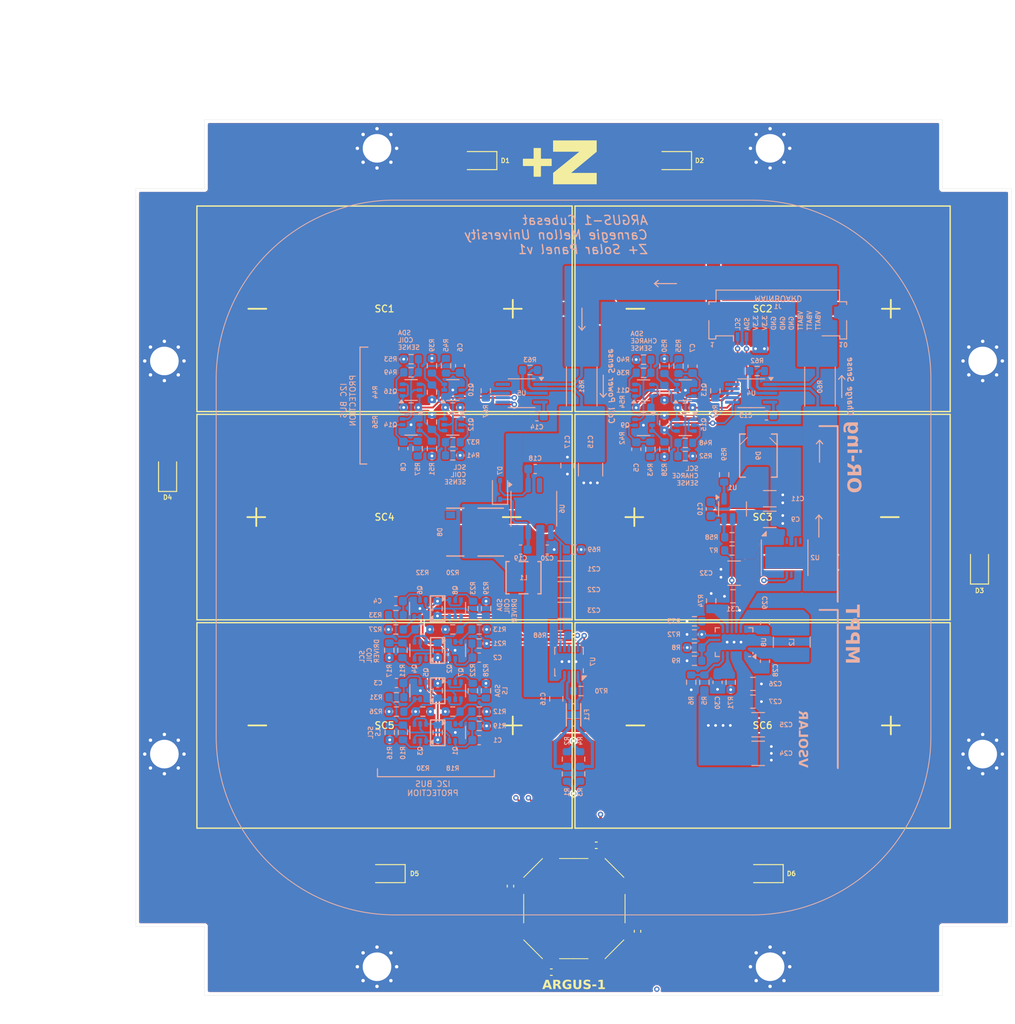
<source format=kicad_pcb>
(kicad_pcb (version 20240108) (generator "pcbnew") (generator_version "8.0")
  (layers (0 "F.Cu" signal) (1 "In1.Cu" signal) (2 "In2.Cu" signal) (31 "B.Cu" signal) (34 "B.Paste" user) (35 "F.Paste" user) (36 "B.SilkS" user "B.Silkscreen") (37 "F.SilkS" user "F.Silkscreen") (38 "B.Mask" user) (39 "F.Mask" user) (44 "Edge.Cuts" user))
  (net 0 "")
  (net 1 "GND")
  (net 2 "Net-(Q1B-G1)")
  (net 3 "Net-(Q2B-G1)")
  (net 4 "Net-(Q5B-G1)")
  (net 5 "Net-(Q6B-G1)")
  (net 6 "Net-(Q9B-G1)")
  (net 7 "Net-(Q10B-G1)")
  (net 8 "Net-(Q13B-G1)")
  (net 9 "Net-(Q14B-G1)")
  (net 10 "/Charge OR-ing/IN")
  (net 11 "Net-(U1-R1,C1)")
  (net 12 "Net-(D9-A)")
  (net 13 "3.3V")
  (net 14 "Net-(U4-TIMER)")
  (net 15 "Net-(U5-TIMER)")
  (net 16 "VDRIVE")
  (net 17 "+5V")
  (net 18 "Net-(D7-A)")
  (net 19 "Net-(D8-K)")
  (net 20 "Net-(D7-K)")
  (net 21 "VSOLAR")
  (net 22 "Net-(U8-SW1)")
  (net 23 "Net-(U8-BST1)")
  (net 24 "Net-(U8-SW2)")
  (net 25 "Net-(U8-BST2)")
  (net 26 "/MPPT/VCC")
  (net 27 "Net-(D1-K)")
  (net 28 "Net-(D2-K)")
  (net 29 "Net-(D3-K)")
  (net 30 "Net-(D4-K)")
  (net 31 "Net-(D5-K)")
  (net 32 "VCHRG")
  (net 33 "COIL_P")
  (net 34 "Net-(U7-OUT1)")
  (net 35 "Net-(U7-OUT2)")
  (net 36 "COIL_N")
  (net 37 "VBATT")
  (net 38 "SDA")
  (net 39 "SCL")
  (net 40 "Net-(Q1A-D1)")
  (net 41 "Net-(Q1A-G2)")
  (net 42 "Net-(Q2A-D1)")
  (net 43 "Net-(Q2A-G2)")
  (net 44 "SCL_LS")
  (net 45 "Net-(Q3A-B1)")
  (net 46 "SCL_M")
  (net 47 "Net-(Q4A-B1)")
  (net 48 "Net-(Q5A-G2)")
  (net 49 "Net-(Q5A-D1)")
  (net 50 "Net-(Q6A-G2)")
  (net 51 "Net-(Q6A-D1)")
  (net 52 "Net-(Q7A-B1)")
  (net 53 "SDA_LS")
  (net 54 "Net-(Q8A-B1)")
  (net 55 "SDA_M")
  (net 56 "Net-(Q11B-B2)")
  (net 57 "Net-(Q9A-G2)")
  (net 58 "Net-(Q10A-D1)")
  (net 59 "Net-(Q10A-G2)")
  (net 60 "SCL_SPWR")
  (net 61 "Net-(Q11A-B1)")
  (net 62 "SCL_CPWR")
  (net 63 "Net-(Q12A-B1)")
  (net 64 "Net-(Q13A-G2)")
  (net 65 "Net-(Q13A-D1)")
  (net 66 "Net-(Q14A-G2)")
  (net 67 "Net-(Q14A-D1)")
  (net 68 "SDA_SPWR")
  (net 69 "Net-(Q15A-B1)")
  (net 70 "SDA_CPWR")
  (net 71 "Net-(Q16A-B1)")
  (net 72 "/coil")
  (net 73 "/MPPT/MPPC")
  (net 74 "/PGOOD1")
  (net 75 "/MPPT/FB")
  (net 76 "Net-(U1-R2)")
  (net 77 "Net-(U4-ON)")
  (net 78 "Net-(U5-ON)")
  (net 79 "Net-(U4-A0)")
  (net 80 "Net-(U5-A0)")
  (net 81 "Net-(U7-A0)")
  (net 82 "M_FAULT")
  (net 83 "Net-(U7-ISENSE)")
  (net 84 "Net-(U8-ILIM)")
  (net 85 "Net-(U8-MODE)")
  (net 86 "Net-(U8-EXTVCC)")
  (footprint "SolarPanels:MountingHole_3.2mm_M3_DIN965_Pad_TopBottom" (layer "F.Cu") (at 196.051074 79.832061)
    (property "Reference" "H4" (hide yes))
    (property "Value" "MountingHole_Pad")
  )
  (footprint "SolarPanels:MountingHole_3.2mm_M3_DIN965_Pad_TopBottom" (layer "F.Cu") (at 196.051074 123.832061)
    (property "Reference" "H2" (hide yes))
    (property "Value" "MountingHole_Pad")
  )
  (footprint "Diode_SMD:D_PowerDI-123" (layer "F.Cu") (at 139.354874 57.404061 180)
    (property "Reference" "D1")
    (property "Value" "DFLS130L-7")
  )
  (footprint "Diode_SMD:D_PowerDI-123" (layer "F.Cu") (at 161.148074 57.404061 180)
    (property "Reference" "D2")
    (property "Value" "DFLS130L-7")
  )
  (footprint "SolarPanels:MountingHole_3.2mm_M3_DIN965_Pad_TopBottom" (layer "F.Cu") (at 128.251074 147.632061)
    (property "Reference" "H5" (hide yes))
    (property "Value" "MountingHole_Pad")
  )
  (footprint "SolarPanels:SunSensor" (layer "F.Cu") (at 150.276474 141.12682)
    (property "Reference" "U9" (hide yes))
    (property "Value" "SunSensor")
  )
  (footprint "SolarPanels:SM141K06TF" (layer "F.Cu") (at 129.093274 120.624661)
    (property "Reference" "SC5")
    (property "Value" "SM141K06TF")
  )
  (footprint "Diode_SMD:D_PowerDI-123" (layer "F.Cu") (at 195.692074 102.489061 90)
    (property "Reference" "D3")
    (property "Value" "DFLS130L-7")
  )
  (footprint "custom-footprints:ypanel" (layer "F.Cu") (at 149.743074 57.353261)
    (property "Reference" "Ref**" (hide yes))
    (property "Value" "Val**" (hide yes))
  )
  (footprint "Capacitor_SMD:C_0402_1005Metric" (layer "F.Cu") (at 143.189874 138.609618 -90)
    (property "Reference" "C35" (hide yes))
    (property "Value" "0.1uF")
  )
  (footprint "Diode_SMD:D_PowerDI-123" (layer "F.Cu") (at 104.810874 92.125861 90)
    (property "Reference" "D4")
    (property "Value" "DFLS130L-7")
  )
  (footprint "SolarPanels:SM141K06TF" (layer "F.Cu") (at 171.409674 97.307461 180)
    (property "Reference" "SC3")
    (property "Value" "SM141K06TF")
  )
  (footprint "SolarPanels:SM141K06TF" (layer "F.Cu") (at 129.093274 73.990261)
    (property "Reference" "SC1")
    (property "Value" "SM141K06TF")
  )
  (footprint "SolarPanels:MountingHole_3.2mm_M3_DIN965_Pad_TopBottom" (layer "F.Cu") (at 104.451074 79.832061)
    (property "Reference" "H1" (hide yes))
    (property "Value" "MountingHole_Pad")
  )
  (footprint "Diode_SMD:D_PowerDI-123" (layer "F.Cu") (at 171.409674 137.210861 180)
    (property "Reference" "D6")
    (property "Value" "DFLS130L-7")
  )
  (footprint "Capacitor_SMD:C_0402_1005Metric" (layer "F.Cu") (at 152.791074 134.040219 180)
    (property "Reference" "C34" (hide yes))
    (property "Value" "0.1uF")
  )
  (footprint "SolarPanels:SM141K06TF" (layer "F.Cu") (at 129.093274 97.307461 180)
    (property "Reference" "SC4")
    (property "Value" "SM141K06TF")
  )
  (footprint "SolarPanels:SM141K06TF" (layer "F.Cu") (at 171.409674 73.990261)
    (property "Reference" "SC2")
    (property "Value" "SM141K06TF")
  )
  (footprint "SolarPanels:SM141K06TF" (layer "F.Cu") (at 171.409674 120.624661)
    (property "Reference" "SC6")
    (property "Value" "SM141K06TF")
  )
  (footprint "SolarPanels:MountingHole_3.2mm_M3_DIN965_Pad_TopBottom" (layer "F.Cu") (at 104.451074 123.832061)
    (property "Reference" "H3" (hide yes))
    (property "Value" "MountingHole_Pad")
  )
  (footprint "SolarPanels:MountingHole_3.2mm_M3_DIN965_Pad_TopBottom" (layer "F.Cu") (at 172.251074 56.032061)
    (property "Reference" "H6" (hide yes))
    (property "Value" "MountingHole_Pad")
  )
  (footprint "SolarPanels:MountingHole_3.2mm_M3_DIN965_Pad_TopBottom" (layer "F.Cu") (at 128.251074 56.032061)
    (property "Reference" "H8" (hide yes))
    (property "Value" "MountingHole_Pad")
  )
  (footprint "SolarPanels:MountingHole_3.2mm_M3_DIN965_Pad_TopBottom" (layer "F.Cu") (at 172.251074 147.632061)
    (property "Reference" "H7" (hide yes))
    (property "Value" "MountingHole_Pad")
  )
  (footprint "Capacitor_SMD:C_0402_1005Metric" (layer "F.Cu") (at 157.413874 143.662461 90)
    (property "Reference" "C33" (hide yes))
    (property "Value" "0.1uF")
  )
  (footprint "Capacitor_SMD:C_0402_1005Metric" (layer "F.Cu") (at 147.761874 148.238819)
    (property "Reference" "C12" (hide yes))
    (property "Value" "0.1uF")
  )
  (footprint "Diode_SMD:D_PowerDI-123" (layer "F.Cu") (at 129.093274 137.210861 180)
    (property "Reference" "D5")
    (property "Value" "DFLS130L-7")
  )
  (footprint "Resistor_SMD:R_0603_1608Metric" (layer "B.Cu") (at 163.779074 108.966061 180)
    (property "Reference" "R73")
    (property "Value" "0R")
  )
  (footprint "Resistor_SMD:R_0603_1608Metric" (layer "B.Cu") (at 134.401474 86.664861 -90)
    (property "Reference" "R56")
    (property "Value" "10K")
  )
  (footprint "Resistor_SMD:R_0603_1608Metric" (layer "B.Cu") (at 167.106474 92.557661 90)
    (property "Reference" "R59")
    (property "Value" "10K")
  )
  (footprint "Inductor_SMD:L_Coilcraft_LPS4018" (layer "B.Cu") (at 174.675674 111.302861 90)
    (property "Reference" "L2")
    (property "Value" "6.8uH")
  )
  (footprint "Capacitor_SMD:C_0603_1608Metric" (layer "B.Cu") (at 131.201074 89.636661 -90)
    (property "Reference" "C8")
    (property "Value" "10nF")
  )
  (footprint "Resistor_SMD:R_0603_1608Metric" (layer "B.Cu") (at 139.696874 119.075261 180)
    (property "Reference" "R12")
    (property "Value" "100K")
  )
  (footprint "Capacitor_SMD:C_1206_3216Metric" (layer "B.Cu") (at 149.224073 105.435461 180)
    (property "Reference" "C22")
    (property "Value" "10uF")
  )
  (footprint "Package_TO_SOT_SMD:SOT-363_SC-70-6" (layer "B.Cu") (at 158.087474 83.108861)
    (property "Reference" "Q11")
    (property "Value" "MBT2222ADW1T1")
  )
  (footprint "SolarPanels:XGL3520" (layer "B.Cu") (at 144.650373 104.089261)
    (property "Reference" "L1")
    (property "Value" "XGL3520-222")
  )
  (footprint "Resistor_SMD:R_0603_1608Metric" (layer "B.Cu") (at 139.696874 111.455261 180)
    (property "Reference" "R21")
    (property "Value" "200K")
  )
  (footprint "Resistor_SMD:R_0603_1608Metric" (layer "B.Cu") (at 129.677074 121.412061 90)
    (property "Reference" "R16")
    (property "Value" "10K")
  )
  (footprint "Resistor_SMD:R_0603_1608Metric" (layer "B.Cu") (at 140.427675 83.159661 -90)
    (property "Reference" "R67")
    (property "Value" "0R")
  )
  (footprint "Capacitor_SMD:C_0603_1608Metric" (layer "B.Cu") (at 165.607874 96.393061 90)
    (property "Reference" "C10")
    (property "Value" "1nF")
  )
  (footprint "Resistor_SMD:R_0603_1608Metric" (layer "B.Cu") (at 139.696874 120.675461 180)
    (property "Reference" "R19")
    (property "Value" "200K")
  )
  (footprint "Resistor_SMD:R_0603_1608Metric" (layer "B.Cu") (at 139.696874 109.880461 180)
    (property "Reference" "R13")
    (property "Value" "100K")
  )
  (footprint "Connector_FFC-FPC:Molex_200528-0100_1x10-1MP_P1.00mm_Horizontal" (layer "B.Cu") (at 173.11116 76.2)
    (property "Reference" "J1")
    (property "Value" "200528-0100")
  )
  (footprint "Resistor_SMD:R_0603_1608Metric" (layer "B.Cu") (at 136.738274 85.039261)
    (property "Reference" "R46" (hide yes))
    (property "Value" "DNI (0R)")
  )
  (footprint "SolarPanels:SRF2012" (layer "B.Cu") (at 150.251073 119.443061 -90)
    (property "Reference" "FL1")
    (property "Value" "SRF2012")
  )
  (footprint "Resistor_SMD:R_0603_1608Metric" (layer "B.Cu") (at 135.048674 121.412061 -90)
    (property "Reference" "R14" (hide yes))
    (property "Value" "DNI (0R)")
  )
  (footprint "Resistor_SMD:R_0603_1608Metric" (layer "B.Cu") (at 163.779074 110.439262 180)
    (property "Reference" "R72")
    (property "Value" "0R")
  )
  (footprint "Package_SON:VSON-10-1EP_3x3mm_P0.5mm_EP1.65x2.4mm" (layer "B.Cu") (at 149.743072 113.475861 90)
    (property "Reference" "U7")
    (property "Value" "DRV8830DRC")
  )
  (footprint "Resistor_SMD:R_0603_1608Metric" (layer "B.Cu") (at 166.124775 83.164861 -90)
    (property "Reference" "R66")
    (property "Value" "0R")
  )
  (footprint "Resistor_SMD:R_0603_1608Metric" (layer "B.Cu") (at 132.064674 81.102261)
    (property "Reference" "R49")
    (property "Value" "680R")
  )
  (footprint "Resistor_SMD:R_0603_1608Metric" (layer "B.Cu") (at 167.995474 101.041261)
    (property "Reference" "R7")
    (property "Value" "100K")
  )
  (footprint "Package_TO_SOT_SMD:SOT-363_SC-70-6" (layer "B.Cu") (at 136.738274 83.083461)
    (property "Reference" "Q10")
    (property "Value" "NX3008NBKS")
  )
  (footprint "Resistor_SMD:R_0603_1608Metric" (layer "B.Cu") (at 135.048674 112.217261 -90)
    (property "Reference" "R34" (hide yes))
    (property "Value" "DNI (0R)")
  )
  (footprint "Resistor_SMD:R_0603_1608Metric" (layer "B.Cu") (at 163.779074 113.385661 180)
    (property "Reference" "R9")
    (property "Value" "R_Small")
  )
  (footprint "Resistor_SMD:R_0603_1608Metric" (layer "B.Cu") (at 149.514474 124.397061 -90)
    (property "Reference" "R2")
    (property "Value" "0R")
  )
  (footprint "Capacitor_SMD:C_0603_1608Metric" (layer "B.Cu") (at 130.425874 115.874861 180)
    (property "Reference" "C3")
    (property "Value" "10nF")
  )
  (footprint "Resistor_SMD:R_0603_1608Metric" (layer "B.Cu") (at 163.423474 115.798661 -90)
    (property "Reference" "R6")
    (property "Value" "R_Small")
  )
  (footprint "Package_TO_SOT_SMD:SOT-363_SC-70-6" (layer "B.Cu") (at 133.092874 116.738461 90)
    (property "Reference" "Q5")
    (property "Value" "NX3008NBKS")
  )
  (footprint "Package_TO_SOT_SMD:SOT-363_SC-70-6" (layer "B.Cu") (at 133.092874 121.412061 90)
    (property "Reference" "Q3")
    (property "Value" "MBT2222ADW1T1")
  )
  (footprint "Capacitor_SMD:C_0603_1608Metric" (layer "B.Cu") (at 163.573874 80.416461 90)
    (property "Reference" "C7")
    (property "Value" "10nF")
  )
  (footprint "Resistor_SMD:R_0603_1608Metric" (layer "B.Cu") (at 135.023274 107.543661 90)
    (property "Reference" "R35" (hide yes))
    (property "Value" "DNI (0R)")
  )
  (footprint "Resistor_SMD:R_0603_1608Metric" (layer "B.Cu") (at 132.064674 85.039261 180)
    (property "Reference" "R47" (hide yes))
    (property "Value" "DNI (0R)")
  )
  (footprint "Capacitor_SMD:C_0603_1608Metric" (layer "B.Cu") (at 146.142675 86.029861)
    (property "Reference" "C14")
    (property "Value" "3.3nF")
  )
  (footprint "Resistor_SMD:R_0603_1608Metric" (layer "B.Cu") (at 135.048674 116.73846 90)
    (property "Reference" "R15" (hide yes))
    (property "Value" "DNI (0R)")
  )
  (footprint "Resistor_SMD:R_0603_1608Metric" (layer "B.Cu") (at 149.514474 126.047061 -90)
    (property "Reference" "R1")
    (property "Value" "0R")
  )
  (footprint "Resistor_SMD:R_0603_1608Metric" (layer "B.Cu") (at 158.087473 81.153061)
    (property "Reference" "R36")
    (property "Value" "680R")
  )
  (footprint "Resistor_SMD:R_0603_1608Metric" (layer "B.Cu") (at 167.843074 115.798662 90)
    (property "Reference" "R71")
    (property "Value" "0R (DNI)")
  )
  (footprint "Resistor_SMD:R_0603_1608Metric" (layer "B.Cu") (at 130.362874 109.880461)
    (property "Reference" "R27")
    (property "Value" "100K")
  )
  (footprint "Resistor_SMD:R_0603_1608Metric" (layer "B.Cu") (at 133.397674 119.075261 180)
    (property "Reference" "R30")
    (property "Value" "10K")
  )
  (footprint "Resistor_SMD:R_2512_6332Metric" (layer "B.Cu") (at 177.835474 82.702461 90)
    (property "Reference" "R60")
    (property "Value" "?R")
  )
  (footprint "Capacitor_SMD:C_1210_3225Metric" (layer "B.Cu") (at 168.224074 103.581261 180)
    (property "Reference" "C32")
    (property "Value" "47uF")
  )
  (footprint "Package_TO_SOT_SMD:SOT-363_SC-70-6" (layer "B.Cu") (at 137.004474 112.217261 -90)
    (property "Reference" "Q2")
    (property "Value" "NX3008NBKS")
  )
  (footprint "Resistor_SMD:R_0603_1608Metric" (layer "B.Cu") (at 150.276473 100.939661)
    (property "Reference" "R69")
    (property "Value" "10K")
  )
  (footprint "Resistor_SMD:R_0603_1608Metric" (layer "B.Cu") (at 129.626274 112.217262 90)
    (property "Reference" "R17")
    (property "Value" "10K")
  )
  (footprint "Resistor_SMD:R_0603_1608Metric" (layer "B.Cu") (at 130.362874 108.280261)
    (property "Reference" "R33")
    (property "Value" "200K")
  )
  (footprint "Resistor_SMD:R_0603_1608Metric" (layer "B.Cu") (at 160.424274 86.741061 -90)
    (property "Reference" "R42")
    (property "Value" "10K")
  )
  (footprint "Resistor_SMD:R_0603_1608Metric" (layer "B.Cu") (at 150.987673 124.397061 -90)
    (property "Reference" "R4")
    (property "Value" "0R")
  )
  (footprint "Resistor_SMD:R_0603_1608Metric" (layer "B.Cu") (at 134.401474 80.365661 -90)
    (property "Reference" "R39")
    (property "Value" "100K")
  )
  (footprint "Resistor_SMD:R_0603_1608Metric" (layer "B.Cu") (at 140.458874 107.54366 -90)
    (property "Reference" "R29")
    (property "Value" "10K")
  )
  (footprint "Resistor_SMD:R_0603_1608Metric" (layer "B.Cu") (at 167.995474 99.568061)
    (property "Reference" "R58")
    (property "Value" "100K")
  )
  (footprint "Resistor_SMD:R_0603_1608Metric" (layer "B.Cu") (at 136.738274 90.398661 180)
    (property "Reference" "R41")
    (property "Value" "10K")
  )
  (footprint "SolarPanels:NRVB440MFSWFT1G" (layer "B.Cu") (at 139.228286 98.983861)
    (property "Reference" "D8")
    (property "Value" "NRVB440MFS")
  )
  (footprint "Resistor_SMD:R_0603_1608Metric" (layer "B.Cu") (at 162.761074 89.001661 180)
    (property "Reference" "R48")
    (property "Value" "680R")
  )
  (footprint "Capacitor_SMD:C_0603_1608Metric" (layer "B.Cu") (at 137.551074 80.365661 90)
    (property "Reference" "C6")
    (property "Value" "10nF")
  )
  (footprint "Capacitor_SMD:C_0603_1608Metric" (layer "B.Cu") (at 130.362874 106.705461 180)
    (property "Reference" "C4")
    (property "Value" "10nF")
  )
  (footprint "Resistor_SMD:R_0603_1608Metric" (layer "B.Cu") (at 150.987674 126.047061 -90)
    (property "Reference" "R3")
    (property "Value" "0R")
  )
  (footprint "Package_TO_SOT_SMD:SOT-363_SC-70-6" (layer "B.Cu") (at 137.004474 107.543661 -90)
    (property "Reference" "Q8")
    (property "Value" "MBT2222ADW1T1")
  )
  (footprint "SolarPanels:DO-214BA_MCH" (layer "B.Cu") (at 170.941874 90.42406 -90)
    (property "Reference" "D9")
    (property "Value" "LSM115")
  )
  (footprint "Capacitor_SMD:C_0805_2012Metric" (layer "B.Cu") (at 170.332274 115.976461)
    (property "Reference" "C26")
    (property "Value" "1uF")
  )
  (footprint "Diode_SMD:D_SOD-323" (layer "B.Cu") (at 142.021473 94.268061 90)
    (property "Reference" "D7")
    (property "Value" "BAS16HT1G")
  )
  (footprint "Resistor_SMD:R_0603_1608Metric" (layer "B.Cu") (at 161.999074 80.416461 -90)
    (property "Reference" "R55")
    (property "Value" "200K")
  )
  (footprint "Resistor_SMD:R_0603_1608Metric" (layer "B.Cu") (at 135.976274 80.365661 -90)
    (property "Reference" "R45")
    (property "Value" "200K")
  )
  (footprint "Resistor_SMD:R_0603_1608Metric" (layer "B.Cu") (at 136.725074 119.075261)
    (property "Reference" "R18")
    (property "Value" "10K")
  )
  (footprint "Capacitor_SMD:C_0603_1608Metric" (layer "B.Cu") (at 166.369874 115.798661 -90)
    (property "Reference" "C30")
    (property "Value" "4.7uF")
  )
  (footprint "Package_TO_SOT_SMD:SOT-363_SC-70-6" (layer "B.Cu") (at 136.738274 86.969661 180)
    (property "Reference" "Q12")
    (property "Value" "MBT2222ADW1T1")
  )
  (footprint "Capacitor_SMD:C_0603_1608Metric" (layer "B.Cu") (at 157.274674 89.71286 -90)
    (property "Reference" "C5")
    (property "Value" "10nF")
  )
  (footprint "Resistor_SMD:R_0603_1608Metric" (layer "B.Cu") (at 164.896674 115.798661 90)
    (property "Reference" "R5")
    (property "Value" "R_Small")
  )
  (footprint "Package_SO:MSOP-10_3x3mm_P0.5mm" (layer "B.Cu") (at 144.437773 83.43906 180)
    (property "Reference" "U5")
    (property "Value" "ADM1176-1ARMZ-R7")
  )
  (footprint "Capacitor_SMD:C_0603_1608Metric" (layer "B.Cu") (at 147.304873 100.939661 180)
    (property "Reference" "C20")
    (property "Value" "0.1uF")
  )
  (footprint "Package_TO_SOT_SMD:SOT-363_SC-70-6" (layer "B.Cu") (at 132.064674 83.083461)
    (property "Reference" "Q16")
    (property "Value" "MBT2222ADW1T1")
  )
  (footprint "Capacitor_SMD:C_0603_1608Metric" (layer "B.Cu") (at 144.320674 100.939661 180)
    (property "Reference" "C19")
    (property "Value" "0.1uF")
  )
  (footprint "Resistor_SMD:R_0603_1608Metric" (layer "B.Cu") (at 160.424274 89.712861 90)
    (property "Reference" "R38")
    (property "Value" "100K")
  )
  (footprint "Capacitor_SMD:C_1210_3225Metric" (layer "B.Cu") (at 152.156073 91.998861 90)
    (property "Reference" "C15")
    (property "Value" "4.7uF")
  )
  (footprint "Capacitor_SMD:C_0603_1608Metric" (layer "B.Cu") (at 171.841074 85.928261)
    (property "Reference" "C13")
    (property "Value" "3.3nF")
  )
  (footprint "Resistor_SMD:R_0603_1608Metric" (layer "B.Cu") (at 138.998874 107.54366 -90)
    (property "Reference" "R23")
    (property "Value" "680R")
  )
  (footprint "Resistor_SMD:R_0603_1608Metric" (layer "B.Cu") (at 138.973474 116.738461 -90)
    (property "Reference" "R22")
    (property "Value" "680R")
  )
  (footprint "Package_SO:MSOP-10_3x3mm_P0.5mm" (layer "B.Cu") (at 170.137975 83.444261 180)
    (property "Reference" "U4")
    (property "Value" "ADM1176-1ARMZ-R7")
  )
  (footprint "Capacitor_SMD:C_0805_2012Metric" (layer "B.Cu") (at 148.320673 117.652861 -90)
    (property "Reference" "C16")
    (property "Value" "0.1uF")
  )
  (footprint "Package_TO_SOT_SMD:SOT-363_SC-70-6" (layer "B.Cu") (at 133.092874 112.217261 90)
    (property "Reference" "Q4")
    (property "Value" "MBT2222ADW1T1")
  )
  (footprint "Resistor_SMD:R_0603_1608Metric" (layer "B.Cu") (at 132.801274 89.636661 90)
    (property "Reference" "R57")
    (property "Value" "200K")
  )
  (footprint "Capacitor_SMD:C_1210_3225Metric" (layer "B.Cu") (at 170.916474 120.54846)
    (property "Reference" "C25")
    (property "Value" "10uF")
  )
  (footprint "Resistor_SMD:R_0603_1608Metric" (layer "B.Cu") (at 140.446674 116.738461 -90)
    (property "Reference" "R28")
    (property "Value" "10K")
  )
  (footprint "Resistor_SMD:R_0603_1608Metric" (layer "B.Cu") (at 170.798375 80.95506 180)
    (property "Reference" "R62")
    (property "Value" "1K")
  )
  (footprint "Resistor_SMD:R_0603_1608Metric" (layer "B.Cu") (at 163.779074 111.912461)
    (property "Reference" "R8")
    (property "Value" "R_Small")
  )
  (footprint "Resistor_SMD:R_0603_1608Metric" (layer "B.Cu") (at 136.725074 109.880461)
    (property "Reference" "R20")
    (property "Value" "10K")
  )
  (footprint "Resistor_SMD:R_0603_1608Metric" (layer "B.Cu") (at 131.150274 121.412061 90)
    (property "Reference" "R10")
    (property "Value" "680R")
  )
  (footprint "Package_DFN_QFN:DFN-16-1EP_4x5mm_P0.5mm_EP2.44x4.34mm" (layer "B.Cu") (at 173.879174 101.85366 -90)
    (property "Reference" "U2")
    (property "Value" "LTC4376CDHD_PBF")
  )
  (footprint "Resistor_SMD:R_0603_1608Metric" (layer "B.Cu") (at 130.425874 117.475061)
    (property "Reference" "R31")
    (property "Value" "200K")
  )
  (footprint "Package_TO_SOT_SMD:SOT-363_SC-70-6" (layer "B.Cu") (at 132.064674 86.969661 180)
    (property "Reference" "Q14")
    (property "Value" "NX3008NBKS")
  )
  (footprint "Resistor_SMD:R_0603_1608Metric" (layer "B.Cu") (at 162.761074 90.474861 180)
    (property "Reference" "R52")
    (property "Value" "10K")
  )
  (footprint "Capacitor_SMD:C_0603_1608Metric" (layer "B.Cu") (at 145.958673 91.922661 180)
    (property "Reference" "C18")
    (property "Value" "0.1uF")
  )
  (footprint "Package_TO_SOT_SMD:SOT-363_SC-70-6" (layer "B.Cu") (at 158.087474 87.020461 180)
    (property "Reference" "Q9")
    (property "Value" "NX3008NBKS")
  )
  (footprint "Resistor_SMD:R_0603_1608Metric" (layer "B.Cu") (at 132.064674 79.629061)
    (property "Reference" "R53")
    (property "Value" "10K")
  )
  (footprint "Resistor_SMD:R_0603_1608Metric" (layer "B.Cu") (at 160.424274 80.41646 -90)
    (property "Reference" "R50")
    (property "Value" "100K")
  )
  (footprint "Package_TO_SOT_SMD:SOT-363_SC-70-6" (layer "B.Cu") (at 137.004474 121.412061 -90)
    (property "Reference" "Q1")
    (property "Value" "NX3008NBKS")
  )
  (footprint "Resistor_SMD:R_0603_1608Metric" (layer "B.Cu") (at 158.087473 85.064661 180)
    (property "Reference" "R24" (hide yes))
    (property "Value" "DNI (0R)")
  )
  (footprint "Resistor_SMD:R_0603_1608Metric" (layer "B.Cu") (at 158.087473 79.679862)
    (property "Reference" "R40")
    (property "Value" "10K")
  )
  (footprint "Resistor_SMD:R_0603_1608Metric" (layer "B.Cu") (at 145.374273 80.848261 180)
    (property "Reference" "R63")
    (property "Value" "1K")
  )
  (footprint "Package_DFN_QFN:QFN-20-1EP_3x4mm_P0.5mm_EP1.65x2.65mm" (layer "B.Cu") (at 168.217875 111.302861 90)
    (property "Reference" "U8")
    (property "Value" "LTC3130")
  )
  (footprint "Resistor_SMD:R_0603_1608Metric" (layer "B.Cu") (at 151.076074 116.776061 180)
    (property "Reference" "R70")
    (property "Value" "0R")
  )
  (footprint "Capacitor_SMD:C_1206_3216Metric" (layer "B.Cu") (at 149.224073 107.746862 180)
    (property "Reference" "C23")
    (property "Value" "10uF")
  )
  (footprint "Capacitor_SMD:C_0603_1608Metric" (layer "B.Cu") (at 139.696875 113.030061)
    (property "Reference" "C2")
    (property "Value" "10nF")
  )
  (footprint "Resistor_SMD:R_0603_1608Metric" (layer "B.Cu") (at 160.424274 83.38826 90)
    (property "Reference" "R54")
    (property "Value" "10K")
  )
  (footprint "Package_TO_SOT_SMD:SOT-363_SC-70-6" (layer "B.Cu") (at 137.004474 116.738461 -90)
    (property "Reference" "Q7")
    (property "Value" "MBT2222ADW1T1")
  )
  (footprint "Resistor_SMD:R_2512_6332Metric" (layer "B.Cu") (at 151.165474 82.677061 90)
    (property "Reference" "R61")
    (property "Value" "?R")
  )
  (footprint "Package_TO_SOT_SMD:SOT-363_SC-70-6" (layer "B.Cu") (at 162.761074 87.020461 180)
    (property "Reference" "Q15")
    (property "Value" "MBT2222ADW1T1")
  )
  (footprint "Capacitor_SMD:C_1210_3225Metric" (layer "B.Cu") (at 170.916474 123.748861)
    (property "Reference" "C24")
    (property "Value" "47uF")
  )
  (footprint "Resistor_SMD:R_0603_1608Metric" (layer "B.Cu") (at 136.738274 88.925461 180)
    (property "Reference" "R37")
    (property "Value" "680R")
  )
  (footprint "Resistor_SMD:R_0603_1608Metric" (layer "B.Cu") (at 133.334674 109.880461 180)
    (property "Reference" "R32")
    (property "Value" "10K")
  )
  (footprint "Resistor_SMD:R_0603_1608Metric" (layer "B.Cu") (at 158.849474 89.712861 90)
    (property "Reference" "R43")
    (property "Value" "200K")
  )
  (footprint "Capacitor_SMD:C_0603_1608Metric" (layer "B.Cu") (at 171.678474 109.169261 90)
    (property "Reference" "C29")
    (property "Value" "22nF")
  )
  (footprint "Capacitor_SMD:C_1206_3216Metric" (layer "B.Cu") (at 172.211874 97.561461)
    (property "Reference" "C9")
    (property "Value" "10uF")
  )
  (footprint "Package_SO:SOIC-8-1EP_3.9x4.9mm_P1.27mm_EP2.514x3.2mm" (layer "B.Cu") (at 145.806073 96.372661 -90)
    (property "Reference" "U6")
    (property "Value" "NCV891330PD50R2G")
  )
  (footprint "Package_TO_SOT_SMD:SOT-363_SC-70-6" (layer "B.Cu") (at 162.761074 83.108861)
    (property "Reference" "Q13")
    (property "Value" "NX3008NBKS")
  )
  (footprint "Capacitor_SMD:C_1206_3216Metric" (layer "B.Cu") (at 172.211874 95.250061)
    (property "Reference" "C11")
    (property "Value" "1uF")
  )
  (footprint "Capacitor_SMD:C_0603_1608Metric" (layer "B.Cu") (at 139.696874 122.275661)
    (property "Reference" "C1")
    (property "Value" "10nF")
  )
  (footprint "Capacitor_SMD:C_0805_2012Metric" (layer "B.Cu") (at 149.565272 91.541661 90)
    (property "Reference" "C17")
    (property "Value" "1uF")
  )
  (footprint "Capacitor_SMD:C_0805_2012Metric" (layer "B.Cu") (at 168.097075 106.172061 180)
    (property "Reference" "C31")
    (property "Value" "1uF")
  )
  (footprint "Capacitor_SMD:C_0805_2012Metric" (layer "B.Cu") (at 170.332274 117.957661)
    (property "Reference" "C27")
    (property "Value" "1uF")
  )
  (footprint "Resistor_SMD:R_0603_1608Metric" (layer "B.Cu") (at 162.761075 85.064661)
    (property "Reference" "R25" (hide yes))
    (property "Value" "DNI (0R)")
  )
  (footprint "Capacitor_SMD:C_0603_1608Metric" (layer "B.Cu") (at 171.678474 113.436461 -90)
    (property "Reference" "C28")
    (property "Value" "22nF")
  )
  (footprint "Resistor_SMD:R_0603_1608Metric" (layer "B.Cu") (at 130.425874 119.075261)
    (property "Reference" "R26")
    (property "Value" "100K")
  )
  (footprint "Capacitor_SMD:C_1206_3216Metric" (layer "B.Cu") (at 149.224074 103.12406 180)
    (property "Reference" "C21")
    (property "Value" "10uF")
  )
  (footprint "Resistor_SMD:R_0603_1608Metric" (layer "B.Cu") (at 134.401474 89.636661 90)
    (property "Reference" "R51")
    (property "Value" "100K")
  )
  (footprint "Resistor_SMD:R_0603_1608Metric" (layer "B.Cu") (at 165.658674 106.680061 -90)
    (property "Reference" "R74")
    (property "Value" "0R")
  )
  (footprint "Resistor_SMD:R_0603_1608Metric" (layer "B.Cu") (at 148.777873 110.540862)
    (property "Reference" "R68")
    (property "Value" "0R")
  )
  (footprint "Resistor_SMD:R_0603_1608Metric" (layer "B.Cu") (at 131.099474 112.217261 90)
    (property "Reference" "R11")
    (property "Value" "680R")
  )
  (footprint "Resistor_SMD:R_0603_1608Metric" (layer "B.Cu") (at 134.401474 83.337461 90)
    (property "Reference" "R44")
    (property "Value" "10K")
  )
  (footprint "Package_TO_SOT_SMD:SOT-23-6" (layer "B.Cu") (at 168.046274 96.393061 -90)
    (property "Reference" "U1")
    (property "Value" "SI3865DDV-T1-GE3")
  )
  (footprint "Package_TO_SOT_SMD:SOT-363_SC-70-6" (layer "B.Cu") (at 133.055374 107.543661 90)
    (property "Reference" "Q6")
    (property "Value" "NX3008NBKS")
  )
  (gr_line (start 179.829374 107.696061) (end 177.784674 107.696061) (stroke (width 0.2032)) (layer "B.SilkS"))
  (gr_line (start 128.305474 125.476061) (end 128.305474 126.365061) (stroke (width 0.127)) (layer "B.SilkS"))
  (gr_line (start 126.349674 78.282861) (end 126.349674 91.363861) (stroke (width 0.127)) (layer "B.SilkS"))
  (gr_line (start 151.190874 76.377861) (end 151.546474 75.971461) (stroke (width 0.127)) (layer "B.SilkS"))
  (gr_line (start 153.222874 83.477161) (end 153.578474 83.883561) (stroke (width 0.127)) (layer "B.SilkS"))
  (gr_rect (start 134.249074 115.30586) (end 135.849274 118.17606) (stroke (width 0.1524)) (fill none) (layer "B.SilkS"))
  (gr_arc (start 170.251474 61.8286) (mid 184.39361 67.686464) (end 190.251474 81.8286) (stroke (width 0.1)) (layer "B.SilkS"))
  (gr_line (start 110.251474 81.8286) (end 110.251475 121.8286) (stroke (width 0.1)) (layer "B.SilkS"))
  (gr_line (start 151.190874 76.377861) (end 150.835274 75.971461) (stroke (width 0.1)) (layer "B.SilkS"))
  (gr_line (start 177.784674 88.696861) (end 177.429074 89.103261) (stroke (width 0.127)) (layer "B.SilkS"))
  (gr_line (start 150.835274 75.971461) (end 151.190874 76.377861) (stroke (width 0.127)) (layer "B.SilkS"))
  (gr_line (start 153.578474 83.883561) (end 153.934074 83.477161) (stroke (width 0.127)) (layer "B.SilkS"))
  (gr_line (start 153.578474 81.419761) (end 153.578474 83.883561) (stroke (width 0.127)) (layer "B.SilkS"))
  (gr_line (start 127.238674 78.282861) (end 126.349674 78.282861) (stroke (width 0.127)) (layer "B.SilkS"))
  (gr_line (start 177.784674 91.160661) (end 177.784674 88.696861) (stroke (width 0.127)) (layer "B.SilkS"))
  (gr_line (start 159.318874 71.170861) (end 159.725274 71.526461) (stroke (width 0.127)) (layer "B.SilkS"))
  (gr_line (start 178.064074 97.485261) (end 177.708474 97.078861) (stroke (width 0.127)) (layer "B.SilkS"))
  (gr_line (start 177.784674 88.696861) (end 178.140274 89.103261) (stroke (width 0.1)) (layer "B.SilkS"))
  (gr_line (start 170.251474 61.8286) (end 130.251474 61.8286) (stroke (width 0.1)) (layer "B.SilkS"))
  (gr_poly (pts (xy 134.249074 122.88526) (xy 134.249075 120.015061) (xy 135.849273 120.015061) (xy 135.849274 122.88526)) (stroke (width 0.1524)) (fill none) (layer "B.SilkS"))
  (gr_line (start 126.349674 91.363861) (end 127.111674 91.363861) (stroke (width 0.127)) (layer "B.SilkS"))
  (gr_line (start 141.386474 126.365061) (end 141.386474 125.603062) (stroke (width 0.127)) (layer "B.SilkS"))
  (gr_line (start 180.273874 83.934361) (end 180.273874 81.47056) (stroke (width 0.127)) (layer "B.SilkS"))
  (gr_line (start 130.251475 141.828599) (end 170.251473 141.8286) (stroke (width 0.1)) (layer "B.SilkS"))
  (gr_rect (start 134.249074 110.794861) (end 135.823874 113.665061) (stroke (width 0.1524)) (fill none) (layer "B.SilkS"))
  (gr_arc (start 110.251474 81.8286) (mid 116.109338 67.686464) (end 130.251474 61.8286) (stroke (width 0.1)) (layer "B.SilkS"))
  (gr_line (start 179.816674 87.122061) (end 177.771974 87.122061) (stroke (width 0.2032)) (layer "B.SilkS"))
  (gr_line (start 128.305474 126.365061) (end 141.386474 126.365061) (stroke (width 0.127)) (layer "B.SilkS"))
  (gr_line (start 153.578474 83.883561) (end 153.222874 83.477161) (stroke (width 0.1)) (layer "B.SilkS"))
  (gr_arc (start 190.251474 121.828599) (mid 184.39361 135.970736) (end 170.251473 141.8286) (stroke (width 0.1)) (layer "B.SilkS"))
  (gr_line (start 190.251474 121.828599) (end 190.251474 81.8286) (stroke (width 0.1)) (layer "B.SilkS"))
  (gr_line (start 180.273874 81.47056) (end 179.918274 81.876962) (stroke (width 0.127)) (layer "B.SilkS"))
  (gr_line (start 159.725274 70.815261) (end 159.318874 71.170861) (stroke (width 0.127)) (layer "B.SilkS"))
  (gr_line (start 177.708474 97.078861) (end 177.352874 97.485261) (stroke (width 0.127)) (layer "B.SilkS"))
  (gr_line (start 177.708474 99.542661) (end 177.708474 97.078861) (stroke (width 0.127)) (layer "B.SilkS"))
  (gr_line (start 161.782674 71.170861) (end 159.318874 71.170861) (stroke (width 0.127)) (layer "B.SilkS"))
  (gr_line (start 177.708474 97.078861) (end 178.064074 97.485261) (stroke (width 0.1)) (layer "B.SilkS"))
  (gr_line (start 178.140274 89.103261) (end 177.784674 88.696861) (stroke (width 0.127)) (layer "B.SilkS"))
  (gr_poly (pts (xy 135.849274 106.121262) (xy 135.849273 108.991461) (xy 134.223675 108.991461) (xy 134.223674 106.121262)) (stroke (width 0.1524)) (fill none) (layer "B.SilkS"))
  (gr_line (start 159.318874 71.170861) (end 159.725274 70.815261) (stroke (width 0.1)) (layer "B.SilkS"))
  (gr_arc (start 130.251475 141.828599) (mid 116.10934 135.970735) (end 110.251475 121.8286) (stroke (width 0.1)) (layer "B.SilkS"))
  (gr_line (start 180.629474 81.876961) (end 180.273874 81.47056) (stroke (width 0.127)) (layer "B.SilkS"))
  (gr_line (start 179.816674 106.781661) (end 179.816674 87.122061) (stroke (width 0.2032)) (layer "B.SilkS"))
  (gr_line (start 151.190874 73.914061) (end 151.190874 76.377861) (stroke (width 0.127)) (layer "B.SilkS"))
  (gr_line (start 179.829374 125.399861) (end 179.829374 107.696061) (stroke (width 0.2032)) (layer "B.SilkS"))
  (gr_line (start 108.951074 150.832061) (end 108.951074 143.132061) (stroke (width 0.0254)) (layer "Edge.Cuts"))
  (gr_line (start 101.251074 143.132061) (end 101.251074 60.532061) (stroke (width 0.0254)) (layer "Edge.Cuts"))
  (gr_line (start 191.551074 60.532061) (end 199.251074 60.532061) (stroke (width 0.0254)) (layer "Edge.Cuts"))
  (gr_line (start 108.951074 143.132061) (end 101.251074 143.132061) (stroke (width 0.0254)) (layer "Edge.Cuts"))
  (gr_line (start 191.551074 150.832061) (end 108.951074 150.832061) (stroke (width 0.0254)) (layer "Edge.Cuts"))
  (gr_line (start 108.951074 52.832061) (end 108.951074 60.532061) (stroke (width 0.0254)) (layer "Edge.Cuts"))
  (gr_line (start 191.551074 52.832061) (end 191.551074 60.532061) (stroke (width 0.0254)) (layer "Edge.Cuts"))
  (gr_line (start 191.551074 143.132061) (end 199.251074 143.132061) (stroke (width 0.0254)) (layer "Edge.Cuts"))
  (gr_line (start 108.951074 52.832061) (end 191.551074 52.832061) (stroke (width 0.0254)) (layer "Edge.Cuts"))
  (gr_line (start 199.251074 60.532061) (end 199.251074 143.132061) (stroke (width 0.0254)) (layer "Edge.Cuts"))
  (gr_line (start 108.951074 60.532061) (end 101.251074 60.532061) (stroke (width 0.0254)) (layer "Edge.Cuts"))
  (gr_line (start 191.551074 150.832061) (end 191.551074 143.132061) (stroke (width 0.0254)) (layer "Edge.Cuts"))
  (gr_text "3.3V" (at 170.647276 76.454061 90) (layer "B.SilkS") (effects (font (size 0.508 0.508) (thickness 0.1016) (bold yes)) (justify right mirror)))
  (gr_text "SDA" (at 169.656676 76.454061 90) (layer "B.SilkS") (effects (font (size 0.508 0.508) (thickness 0.1016) (bold yes)) (justify right mirror)))
  (gr_text "SCL" (at 168.640675 76.454061 90) (layer "B.SilkS") (effects (font (size 0.508 0.508) (thickness 0.1016) (bold yes)) (justify right mirror)))
  (gr_text "SCL\nCOIL\nSENSE" (at 138.287674 92.557661 0) (layer "B.SilkS") (effects (font (size 0.508 0.508) (thickness 0.1016) (bold yes)) (justify left mirror)))
  (gr_text "SCL\nLS" (at 127.949874 121.412061 90) (layer "B.SilkS") (effects (font (size 0.508 0.508) (thickness 0.1016) (bold yes)) (justify mirror)))
  (gr_text "MAINBOARD" (at 173.161874 72.847261 180) (layer "B.SilkS") (effects (font (size 0.635 0.635) (thickness 0.1016)) (justify mirror)))
  (gr_text "SDA\nCOIL\nSENSE" (at 130.540674 77.495461 0) (layer "B.SilkS") (effects (font (size 0.508 0.508) (thickness 0.1016) (bold yes)) (justify right mirror)))
  (gr_text "GND" (at 173.669875 76.454061 90) (layer "B.SilkS") (effects (font (size 0.508 0.508) (thickness 0.1016) (bold yes)) (justify right mirror)))
  (gr_text "10" (at 180.451674 77.698661 180) (layer "B.SilkS") (effects (font (size 0.508 0.508) (thickness 0.1016) (bold yes)) (justify bottom mirror)))
  (gr_text "VBATT" (at 175.651074 76.454061 90) (layer "B.SilkS") (effects (font (size 0.508 0.508) (thickness 0.1016) (bold yes)) (justify right mirror)))
  (gr_text "VBATT" (at 177.632274 76.454061 90) (layer "B.SilkS") (effects (font (size 0.508 0.508) (thickness 0.1016) (bold yes)) (justify right mirror)))
  (gr_text "GND" (at 174.635075 76.454061 90) (layer "B.SilkS") (effects (font (size 0.508 0.508) (thickness 0.1016) (bold yes)) (justify right mirror)))
  (gr_text "SCL\nCHARGE\nSENSE" (at 164.297274 92.684661 0) (layer "B.SilkS") (effects (font (size 0.508 0.508) (thickness 0.1016) (bold yes)) (justify left mirror)))
  (gr_text "I2C BUS\nPROTECTION" (at 134.503074 127.685861 0) (layer "B.SilkS") (effects (font (size 0.635 0.635) (thickness 0.1016)) (justify mirror)))
  (gr_text "ARGUS-1 Cubesat\nCarnegie Mellon University\nZ+ Solar Panel v1" (at 158.683874 67.945061 0) (layer "B.SilkS") (effects (font (size 1.016 1.016) (thickness 0.1524) (italic yes)) (justify left bottom mirror)))
  (gr_text "SDA\nCHARGE\nSENSE" (at 156.575674 77.597061 0) (layer "B.SilkS") (effects (font (size 0.508 0.508) (thickness 0.1016) (bold yes)) (justify right mirror)))
  (gr_text "GND" (at 172.653875 76.454061 90) (layer "B.SilkS") (effects (font (size 0.508 0.508) (thickness 0.1016) (bold yes)) (justify right mirror)))
  (gr_text "I2C BUS\nPROTECTION" (at 125.028874 84.264561 90) (layer "B.SilkS") (effects (font (size 0.635 0.635) (thickness 0.1016)) (justify mirror)))
  (gr_text "1" (at 165.795874 77.698661 180) (layer "B.SilkS") (effects (font (size 0.508 0.508) (thickness 0.1016) (bold yes)) (justify bottom mirror)))
  (gr_text "Charge Sense" (at 181.239074 82.702461 -90) (layer "B.SilkS") (effects (font (size 0.635 0.635) (thickness 0.127) (bold yes) (italic yes)) (justify mirror)))
  (gr_text "VSOLAR" (at 175.295474 125.374461 270) (layer "B.SilkS") (effects (font (size 1.016 1.016) (thickness 0.2286) (bold yes)) (justify left bottom mirror)))
  (gr_text "VBATT" (at 176.667075 76.454061 90) (layer "B.SilkS") (effects (font (size 0.508 0.508) (thickness 0.1016) (bold yes)) (justify right mirror)))
  (gr_text "OR-ing" (at 180.654874 94.640461 270) (layer "B.SilkS") (effects (font (size 1.524 1.524) (thickness 0.2286) (bold yes)) (justify left bottom mirror)))
  (gr_text "SDA\nCOIL\nDRIVER" (at 142.808874 106.349861 90) (layer "B.SilkS") (effects (font (size 0.508 0.508) (thickness 0.1016) (bold yes)) (justify left mirror)))
  (gr_text "SDA\nLS" (at 142.173874 116.738461 90) (layer "B.SilkS") (effects (font (size 0.508 0.508) (thickness 0.1016) (bold yes)) (justify mirror)))
  (gr_text "3.3V" (at 171.663275 76.454061 90) (layer "B.SilkS") (effects (font (size 0.508 0.508) (thickness 0.1016) (bold yes)) (justify right mirror)))
  (gr_text "Coil Power Sense" (at 154.492874 82.677061 -90) (layer "B.SilkS") (effects (font (size 0.635 0.635) (thickness 0.127) (bold yes) (italic yes)) (justify mirror)))
  (gr_text "MPPT" (at 180.477074 113.792061 270) (layer "B.SilkS") (effects (font (size 1.524 1.524) (thickness 0.2286) (bold yes)) (justify left bottom mirror)))
  (gr_text "SCL\nCOIL\nDRIVER" (at 127.391074 113.690461 90) (layer "B.SilkS") (effects (font (size 0.508 0.508) (thickness 0.1016) (bold yes)) (justify right mirror)))
  (gr_text "ARGUS-1" (at 150.301874 149.707661 0) (layer "F.SilkS") (effects (font (size 1.016 1.016) (thickness 0.2286) (bold yes))))
  (via (at 158.074274 87.020461) (size 0.6096) (drill 0.3048) (layers "F.Cu" "B.Cu") (net 1))
  (via (at 168.996274 111.302861) (size 0.6096) (drill 0.3048) (layers "F.Cu" "B.Cu") (net 1))
  (via (at 137.017674 121.412061) (size 0.6096) (drill 0.3048) (layers "F.Cu" "B.Cu") (net 1))
  (via (at 162.954074 113.385661) (size 0.6096) (drill 0.3048) (layers "F.Cu" "B.Cu") (net 1))
  (via (at 149.565272 92.49166) (size 0.6096) (drill 0.3048) (layers "F.Cu" "B.Cu") (net 1))
  (via (at 151.394074 93.472061) (size 0.6096) (drill 0.3048) (layers "F.Cu" "B.Cu") (net 1))
  (via (at 162.954074 110.439262) (size 0.6096) (drill 0.3048) (layers "F.Cu" "B.Cu") (net 1))
  (via (at 163.423474 116.635862) (size 0.6096) (drill 0.3048) (layers "F.Cu" "B.Cu") (net 1))
  (via (at 150.530473 113.487261) (size 0.6096) (drill 0.3048) (layers "F.Cu" "B.Cu") (net 1))
  (via (at 149.743072 113.475861) (size 0.6096) (drill 0.3048) (layers "F.Cu" "B.Cu") (net 1))
  (via (at 167.446874 111.302861) (size 0.6096) (drill 0.3048) (layers "F.Cu" "B.Cu") (net 1))
  (via (at 171.282273 115.976461) (size 0.6096) (drill 0.3048) (layers "F.Cu" "B.Cu") (net 1))
  (via (at 136.992274 112.217261) (size 0.6096) (drill 0.3048) (layers "F.Cu" "B.Cu") (net 1))
  (via (at 173.669874 95.707261) (size 0.6096) (drill 0.3048) (layers "F.Cu" "B.Cu") (net 1))
  (via (at 152.156073 93.473862) (size 0.6096) (drill 0.3048) (layers "F.Cu" "B.Cu") (net 1))
  (via (at 162.773274 83.108861) (size 0.6096) (drill 0.3048) (layers "F.Cu" "B.Cu") (net 1))
  (via (at 167.147076 106.172061) (size 0.6096) (drill 0.3048) (layers "F.Cu" "B.Cu") (net 1))
  (via (at 133.106074 116.738461) (size 0.6096) (drill 0.3048) (layers "F.Cu" "B.Cu") (net 1))
  (via (at 166.750873 104.038461) (size 0.6096) (drill 0.3048) (layers "F.Cu" "B.Cu") (net 1))
  (via (at 148.079873 100.939661) (size 0.6096) (drill 0.3048) (layers "F.Cu" "B.Cu") (net 1))
  (via (at 172.391475 122.986861) (size 0.6096) (drill 0.3048) (layers "F.Cu" "B.Cu") (net 1))
  (via (at 171.282273 117.957661) (size 0.6096) (drill 0.3048) (layers "F.Cu" "B.Cu") (net 1))
  (via (at 173.669874 98.018661) (size 0.6096) (drill 0.3048) (layers "F.Cu" "B.Cu") (net 1))
  (via (at 166.369874 116.585862) (size 0.6096) (drill 0.3048) (layers "F.Cu" "B.Cu") (net 1))
  (via (at 173.669874 97.129661) (size 0.6096) (drill 0.3048) (layers "F.Cu" "B.Cu") (net 1))
  (via (at 166.750873 103.149461) (size 0.6096) (drill 0.3048) (layers "F.Cu" "B.Cu") (net 1))
  (via (at 172.391475 124.510861) (size 0.6096) (drill 0.3048) (layers "F.Cu" "B.Cu") (net 1))
  (via (at 133.055274 107.543661) (size 0.6096) (drill 0.3048) (layers "F.Cu" "B.Cu") (net 1))
  (via (at 136.738274 83.083461) (size 0.6096) (drill 0.3048) (layers "F.Cu" "B.Cu") (net 1))
  (via (at 148.955674 113.487261) (size 0.6096) (drill 0.3048) (layers "F.Cu" "B.Cu") (net 1))
  (via (at 165.658674 105.855061) (size 0.6096) (drill 0.3048) (layers "F.Cu" "B.Cu") (net 1))
  (via (at 132.064674 86.969661) (size 0.6096) (drill 0.3048) (layers "F.Cu" "B.Cu") (net 1))
  (via (at 173.669874 94.818261) (size 0.6096) (drill 0.3048) (layers "F.Cu" "B.Cu") (net 1))
  (via (at 152.918074 93.472061) (size 0.6096) (drill 0.3048) (layers "F.Cu" "B.Cu") (net 1))
  (via (at 172.391475 123.748861) (size 0.6096) (drill 0.3048) (layers "F.Cu" "B.Cu") (net 1))
  (via (at 162.954075 108.966062) (size 0.6096) (drill 0.3048) (layers "F.Cu" "B.Cu") (net 1))
  (via (at 168.217875 111.302861) (size 0.6096) (drill 0.3048) (layers "F.Cu" "B.Cu") (net 1))
  (segment (start 138.921874 120.725461) (end 138.871874 120.675461) (width 0.2032) (layer "B.Cu") (net 2))
  (segment (start 137.195474 123.012261) (end 137.004474 122.821261) (width 0.2032) (layer "B.Cu") (net 2))
  (segment (start 138.921874 122.275661) (end 138.185274 123.012261) (width 0.2032) (layer "B.Cu") (net 2))
  (segment (start 137.004474 122.821261) (end 137.004474 122.36206) (width 0.2032) (layer "B.Cu") (net 2))
  (segment (start 138.921874 122.275661) (end 138.921874 120.725461) (width 0.2032) (layer "B.Cu") (net 2))
  (segment (start 138.185274 123.012261) (end 137.195474 123.012261) (width 0.2032) (layer "B.Cu") (net 2))
  (segment (start 138.871874 112.98006) (end 138.921875 113.030061) (width 0.2032) (layer "B.Cu") (net 3))
  (segment (start 137.004474 113.677261) (end 137.170074 113.842861) (width 0.2032) (layer "B.Cu") (net 3))
  (segment (start 138.871874 111.455261) (end 138.871874 112.98006) (width 0.2032) (layer "B.Cu") (net 3))
  (segment (start 137.170074 113.842861) (end 138.109075 113.842861) (width 0.2032) (layer "B.Cu") (net 3))
  (segment (start 137.004474 113.16726) (end 137.004474 113.677261) (width 0.2032) (layer "B.Cu") (net 3))
  (segment (start 138.109075 113.842861) (end 138.921875 113.030061) (width 0.2032) (layer "B.Cu") (net 3))
  (segment (start 133.092874 115.328261) (end 133.092874 115.788462) (width 0.2032) (layer "B.Cu") (net 4))
  (segment (start 131.886874 115.112861) (end 132.877474 115.112861) (width 0.2032) (layer "B.Cu") (net 4))
  (segment (start 131.250874 115.924861) (end 131.200874 115.874861) (width 0.2032) (layer "B.Cu") (net 4))
  (segment (start 131.250874 117.475061) (end 131.250874 115.924861) (width 0.2032) (layer "B.Cu") (net 4))
  (segment (start 131.200874 115.798861) (end 131.886874 115.112861) (width 0.2032) (layer "B.Cu") (net 4))
  (segment (start 132.877474 115.112861) (end 133.092874 115.328261) (width 0.2032) (layer "B.Cu") (net 4))
  (segment (start 131.200874 115.874861) (end 131.200874 115.798861) (width 0.2032) (layer "B.Cu") (net 4))
  (segment (start 131.899874 105.943461) (end 131.137874 106.705461) (width 0.2032) (layer "B.Cu") (net 5))
  (segment (start 131.187874 106.755461) (end 131.137874 106.705461) (width 0.2032) (layer "B.Cu") (net 5))
  (segment (start 133.055374 106.172161) (end 132.826674 105.943461) (width 0.2032) (layer "B.Cu") (net 5))
  (segment (start 131.187874 108.280261) (end 131.187874 106.755461) (width 0.2032) (layer "B.Cu") (net 5))
  (segment (start 133.055374 106.593662) (end 133.055374 106.172161) (width 0.2032) (layer "B.Cu") (net 5))
  (segment (start 132.826674 105.943461) (end 131.899874 105.943461) (width 0.2032) (layer "B.Cu") (net 5))
  (segment (start 156.448674 87.198261) (end 156.626474 87.020461) (width 0.2032) (layer "B.Cu") (net 6))
  (segment (start 157.274674 88.93786) (end 156.448674 88.11186) (width 0.2032) (layer "B.Cu") (net 6))
  (segment (start 158.849474 88.887861) (end 157.324673 88.887861) (width 0.2032) (layer "B.Cu") (net 6))
  (segment (start 156.626474 87.020461) (end 157.137475 87.020461) (width 0.2032) (layer "B.Cu") (net 6))
  (segment (start 156.448674 88.11186) (end 156.448674 87.198261) (width 0.2032) (layer "B.Cu") (net 6))
  (segment (start 157.324673 88.887861) (end 157.274674 88.93786) (width 0.2032) (layer "B.Cu") (net 6))
  (segment (start 138.338474 81.928061) (end 138.338474 82.804061) (width 0.2032) (layer "B.Cu") (net 7))
  (segment (start 137.501074 81.190661) (end 137.551074 81.140661) (width 0.2032) (layer "B.Cu") (net 7))
  (segment (start 138.338474 82.804061) (end 138.059074 83.083461) (width 0.2032) (layer "B.Cu") (net 7))
  (segment (start 138.059074 83.083461) (end 137.688273 83.083461) (width 0.2032) (layer "B.Cu") (net 7))
  (segment (start 135.976274 81.190661) (end 137.501074 81.190661) (width 0.2032) (layer "B.Cu") (net 7))
  (segment (start 137.551074 81.140661) (end 138.338474 81.928061) (width 0.2032) (layer "B.Cu") (net 7))
  (segment (start 163.523874 81.241461) (end 163.573874 81.191461) (width 0.2032) (layer "B.Cu") (net 8))
  (segment (start 164.373474 81.991061) (end 164.373474 82.880261) (width 0.2032) (layer "B.Cu") (net 8))
  (segment (start 161.999074 81.241461) (end 163.523874 81.241461) (width 0.2032) (layer "B.Cu") (net 8))
  (segment (start 164.373474 82.880261) (end 164.144874 83.108861) (width 0.2032) (layer "B.Cu") (net 8))
  (segment (start 164.144874 83.108861) (end 163.711073 83.108861) (width 0.2032) (layer "B.Cu") (net 8))
  (segment (start 163.573874 81.191461) (end 164.373474 81.991061) (width 0.2032) (layer "B.Cu") (net 8))
  (segment (start 131.251074 88.811661) (end 132.801274 88.811661) (width 0.2032) (layer "B.Cu") (net 9))
  (segment (start 131.201074 88.861661) (end 131.251074 88.811661) (width 0.2032) (layer "B.Cu") (net 9))
  (segment (start 131.201074 88.861661) (end 130.388274 88.048861) (width 0.2032) (layer "B.Cu") (net 9))
  (segment (start 130.566074 86.969661) (end 131.114674 86.969661) (width 0.2032) (layer "B.Cu") (net 9))
  (segment (start 130.388274 87.147461) (end 130.566074 86.969661) (width 0.2032) (layer "B.Cu") (net 9))
  (segment (start 130.388274 88.048861) (end 130.388274 87.147461) (width 0.2032) (layer "B.Cu") (net 9))
  (via (at 162.976474 111.912461) (size 0.6096) (drill 0.3048) (layers "F.Cu" "B.Cu") (net 10))
  (via (at 168.843874 107.746861) (size 0.6096) (drill 0.3048) (layers "F.Cu" "B.Cu") (net 10))
  (segment (start 167.131874 97.164062) (end 165.611874 97.164062) (width 0.3048) (layer "B.Cu") (net 11))
  (segment (start 167.096275 97.530562) (end 167.096275 99.493863) (width 0.3048) (layer "B.Cu") (net 11))
  (segment (start 168.224074 95.251562) (end 168.224074 95.779462) (width 0.3048) (layer "B.Cu") (net 12))
  (segment (start 166.378874 96.389062) (end 165.607874 95.618062) (width 0.3048) (layer "B.Cu") (net 12))
  (segment (start 167.614474 96.389062) (end 166.378874 96.389062) (width 0.3048) (layer "B.Cu") (net 12))
  (segment (start 168.224074 95.779462) (end 167.614474 96.389062) (width 0.3048) (layer "B.Cu") (net 12))
  (segment (start 154.543674 147.853461) (end 154.543674 144.754661) (width 0.3048) (layer "F.Cu") (net 13))
  (segment (start 153.276474 136.553261) (end 153.276474 135.66582) (width 0.3048) (layer "F.Cu") (net 13))
  (segment (start 150.962274 145.389661) (end 151.495674 145.923061) (width 0.3048) (layer "F.Cu") (net 13))
  (segment (start 153.984874 148.412261) (end 154.543674 147.853461) (width 0.3048) (layer "F.Cu") (net 13))
  (segment (start 154.841315 144.12682) (end 155.737474 144.12682) (width 0.3048) (layer "F.Cu") (net 13))
  (segment (start 147.507874 145.389661) (end 148.193674 145.389661) (width 0.3048) (layer "F.Cu") (net 13))
  (segment (start 154.543674 144.754661) (end 154.543674 144.424461) (width 0.3048) (layer "F.Cu") (net 13))
  (segment (start 146.390274 138.658661) (end 145.858433 138.12682) (width 0.3048) (layer "F.Cu") (net 13))
  (segment (start 156.880474 136.880661) (end 153.603874 136.880661) (width 0.3048) (layer "F.Cu") (net 13))
  (segment (start 152.029074 148.412261) (end 153.984874 148.412261) (width 0.3048) (layer "F.Cu") (net 13))
  (segment (start 148.193674 145.389661) (end 150.962274 145.389661) (width 0.3048) (layer "F.Cu") (net 13))
  (segment (start 153.276474 134.670861) (end 153.276474 130.584261) (width 0.3048) (layer "F.Cu") (net 13))
  (segment (start 147.276474 146.58782) (end 147.276474 145.621061) (width 0.3048) (layer "F.Cu") (net 13))
  (segment (start 142.859674 144.602261) (end 142.859674 143.052861) (width 0.3048) (layer "F.Cu") (net 13))
  (segment (start 157.566274 139.217461) (end 157.566274 137.566461) (width 0.3048) (layer "F.Cu") (net 13))
  (segment (start 154.543674 144.754661) (end 154.543674 140.335061) (width 0.3048) (layer "F.Cu") (net 13))
  (segment (start 143.596274 142.316261) (end 145.717174 142.316261) (width 0.3048) (layer "F.Cu") (net 13))
  (segment (start 143.647074 145.389661) (end 142.859674 144.602261) (width 0.3048) (layer "F.Cu") (net 13))
  (segment (start 146.390274 141.643161) (end 146.390274 138.658661) (width 0.3048) (layer "F.Cu") (net 13))
  (segment (start 147.276474 145.621061) (end 147.507874 145.389661) (width 0.3048) (layer "F.Cu") (net 13))
  (segment (start 156.905874 139.877861) (end 157.566274 139.217461) (width 0.3048) (layer "F.Cu") (net 13))
  (segment (start 145.717174 142.316261) (end 146.390274 141.643161) (width 0.3048) (layer "F.Cu") (net 13))
  (segment (start 155.000874 139.877861) (end 156.905874 139.877861) (width 0.3048) (layer "F.Cu") (net 13))
  (segment (start 157.566274 137.566461) (end 156.880474 136.880661) (width 0.3048) (layer "F.Cu") (net 13))
  (segment (start 144.815474 138.12682) (end 143.192672 138.12682) (width 0.3048) (layer "F.Cu") (net 13))
  (segment (start 147.276474 146.58782) (end 147.276474 148.208019) (width 0.3048) (layer "F.Cu") (net 13))
  (segment (start 145.858433 138.12682) (end 144.815474 138.12682) (width 0.3048) (layer "F.Cu") (net 13))
  (segment (start 153.276474 134.670861) (end 153.276474 134.045619) (width 0.3048) (layer "F.Cu") (net 13))
  (segment (start 154.543674 144.424461) (end 154.841315 144.12682) (width 0.3048) (layer "F.Cu") (net 13))
  (segment (start 155.737474 144.12682) (end 157.383073 144.12682) (width 0.381) (layer "F.Cu") (net 13))
  (segment (start 142.859674 143.052861) (end 143.596274 142.316261) (width 0.3048) (layer "F.Cu") (net 13))
  (segment (start 154.543674 140.335061) (end 155.000874 139.877861) (width 0.3048) (layer "F.Cu") (net 13))
  (segment (start 148.193674 145.389661) (end 143.647074 145.389661) (width 0.3048) (layer "F.Cu") (net 13))
  (segment (start 153.276474 130.584261) (end 153.273674 130.581461) (width 0.3048) (layer "F.Cu") (net 13))
  (segment (start 151.495674 145.923061) (end 151.495674 147.878861) (width 0.3048) (layer "F.Cu") (net 13))
  (segment (start 151.495674 147.878861) (end 152.029074 148.412261) (width 0.3048) (layer "F.Cu") (net 13))
  (segment (start 153.603874 136.880661) (end 153.276474 136.553261) (width 0.3048) (layer "F.Cu") (net 13))
  (segment (start 153.276474 135.66582) (end 153.276474 134.670861) (width 0.3048) (layer "F.Cu") (net 13))
  (via (at 140.446674 115.913461) (size 0.6096) (drill 0.3048) (layers "F.Cu" "B.Cu") (net 13))
  (via (at 134.401474 90.461661) (size 0.6096) (drill 0.3048) (layers "F.Cu" "B.Cu") (net 13))
  (via (at 134.401474 79.540661) (size 0.6096) (drill 0.3048) (layers "F.Cu" "B.Cu") (net 13))
  (via (at 157.262473 79.679862) (size 0.6096) (drill 0.3048) (layers "F.Cu" "B.Cu") (net 13))
  (via (at 137.563274 90.398661) (size 0.6096) (drill 0.3048) (layers "F.Cu" "B.Cu") (net 13))
  (via (at 134.159674 109.880461) (size 0.6096) (drill 0.3048) (layers "F.Cu" "B.Cu") (net 13))
  (via (at 134.222674 119.075261) (size 0.6096) (drill 0.3048) (layers "F.Cu" "B.Cu") (net 13))
  (via (at 131.239674 79.629061) (size 0.6096) (drill 0.3048) (layers "F.Cu" "B.Cu") (net 13))
  (via (at 140.458874 106.71866) (size 0.6096) (drill 0.3048) (layers "F.Cu" "B.Cu") (net 13))
  (via (at 160.424274 84.21326) (size 0.6096) (drill 0.3048) (layers "F.Cu" "B.Cu") (net 13))
  (via (at 160.424274 85.916061) (size 0.6096) (drill 0.3048) (layers "F.Cu" "B.Cu") (net 13))
  (via (at 153.273674 130.581461) (size 0.6096) (drill 0.3048) (layers "F.Cu" "B.Cu") (net 13))
  (via (at 160.424274 79.59146) (size 0.6096) (drill 0.3048) (layers "F.Cu" "B.Cu") (net 13))
  (via (at 170.621874 78.460661) (size 0.6096) (drill 0.3048) (layers "F.Cu" "B.Cu") (net 13))
  (via (at 134.401474 85.839861) (size 0.6096) (drill 0.3048) (layers "F.Cu" "B.Cu") (net 13))
  (via (at 129.626274 113.042262) (size 0.6096) (drill 0.3048) (layers "F.Cu" "B.Cu") (net 13))
  (via (at 140.521874 119.075261) (size 0.6096) (drill 0.3048) (layers "F.Cu" "B.Cu") (net 13))
  (via (at 129.600874 119.075261) (size 0.6096) (drill 0.3048) (layers "F.Cu" "B.Cu") (net 13))
  (via (at 129.677074 122.237061) (size 0.6096) (drill 0.3048) (layers "F.Cu" "B.Cu") (net 13))
  (via (at 140.521874 109.880461) (size 0.6096) (drill 0.3048) (layers "F.Cu" "B.Cu") (net 13))
  (via (at 160.424274 90.537861) (size 0.6096) (drill 0.3048) (layers "F.Cu" "B.Cu") (net 13))
  (via (at 134.401474 84.162461) (size 0.6096) (drill 0.3048) (layers "F.Cu" "B.Cu") (net 13))
  (via (at 135.900074 109.880461) (size 0.6096) (drill 0.3048) (layers "F.Cu" "B.Cu") (net 13))
  (via (at 135.900074 119.075261) (size 0.6096) (drill 0.3048) (layers "F.Cu" "B.Cu") (net 13))
  (via (at 163.586074 90.474861) (size 0.6096) (drill 0.3048) (layers "F.Cu" "B.Cu") (net 13))
  (via (at 129.537874 109.880461) (size 0.6096) (drill 0.3048) (layers "F.Cu" "B.Cu") (net 13))
  (via (at 171.61116 78.460661) (size 0.6096) (drill 0.3048) (layers "F.Cu" "B.Cu") (net 13))
  (segment (start 172.622475 84.418859) (end 172.622475 86.029861) (width 0.3048) (layer "B.Cu") (net 14))
  (segment (start 172.270974 84.418859) (end 172.622475 84.418859) (width 0.3048) (layer "B.Cu") (net 14))
  (segment (start 146.917675 86.029861) (end 146.917675 84.418859) (width 0.3048) (layer "B.Cu") (net 15))
  (via (at 151.101473 100.939661) (size 0.6096) (drill 0.3048) (layers "F.Cu" "B.Cu") (net 16))
  (via (at 149.565272 90.591662) (size 0.6096) (drill 0.3048) (layers "F.Cu" "B.Cu") (net 16))
  (segment (start 151.140074 83.82006) (end 150.259077 82.939063) (width 0.3048) (layer "B.Cu") (net 16))
  (segment (start 145.560075 82.939063) (end 145.247274 82.62626) (width 0.3048) (layer "B.Cu") (net 16))
  (segment (start 151.140074 85.63956) (end 151.140074 83.82006) (width 0.3048) (layer "B.Cu") (net 16))
  (segment (start 146.550274 82.939063) (end 145.560075 82.939063) (width 0.3048) (layer "B.Cu") (net 16))
  (segment (start 145.247274 82.62626) (end 145.247275 81.23096) (width 0.3048) (layer "B.Cu") (net 16))
  (segment (start 145.247275 81.23096) (end 145.629972 80.848261) (width 0.3048) (layer "B.Cu") (net 16))
  (segment (start 150.259077 82.939063) (end 146.550274 82.939063) (width 0.3048) (layer "B.Cu") (net 16))
  (segment (start 145.629972 80.848261) (end 146.199274 80.848261) (width 0.3048) (layer "B.Cu") (net 16))
  (segment (start 145.171073 93.735161) (end 145.171073 91.935261) (width 0.381) (layer "B.Cu") (net 18))
  (segment (start 144.543473 94.861661) (end 145.171073 94.234061) (width 0.2032) (layer "B.Cu") (net 18))
  (segment (start 142.547473 94.861661) (end 144.543473 94.861661) (width 0.2032) (layer "B.Cu") (net 18))
  (segment (start 142.021473 93.218061) (end 142.021473 94.33566) (width 0.2032) (layer "B.Cu") (net 18))
  (segment (start 142.021473 94.33566) (end 142.547473 94.861661) (width 0.2032) (layer "B.Cu") (net 18))
  (segment (start 143.444074 97.663263) (end 143.697873 97.917062) (width 0.2032) (layer "B.Cu") (net 20))
  (segment (start 143.444074 95.580463) (end 143.444074 97.663263) (width 0.2032) (layer "B.Cu") (net 20))
  (segment (start 143.697873 97.917062) (end 144.993273 97.917061) (width 0.2032) (layer "B.Cu") (net 20))
  (segment (start 142.021473 95.318061) (end 143.181673 95.318062) (width 0.2032) (layer "B.Cu") (net 20))
  (segment (start 145.171073 98.094861) (end 145.171073 99.010162) (width 0.2032) (layer "B.Cu") (net 20))
  (segment (start 144.993273 97.917061) (end 145.171073 98.094861) (width 0.2032) (layer "B.Cu") (net 20))
  (segment (start 145.171073 99.010162) (end 145.171074 100.864261) (width 0.381) (layer "B.Cu") (net 20))
  (segment (start 143.181673 95.318062) (end 143.444074 95.580463) (width 0.2032) (layer "B.Cu") (net 20))
  (segment (start 184.490274 120.624661) (end 167.624674 120.624661) (width 1.4986) (layer "F.Cu") (net 21))
  (segment (start 166.989674 120.624661) (end 166.151474 120.624661) (width 1.4986) (layer "F.Cu") (net 21))
  (segment (start 166.151474 120.624661) (end 165.338674 120.624661) (width 1.4986) (layer "F.Cu") (net 21))
  (segment (start 180.325074 120.624661) (end 184.490274 120.624661) (width 1.4986) (layer "F.Cu") (net 21))
  (segment (start 167.802474 120.624661) (end 166.989674 120.624661) (width 1.4986) (layer "F.Cu") (net 21))
  (segment (start 180.325074 137.210861) (end 180.325074 120.624661) (width 1.4986) (layer "F.Cu") (net 21))
  (segment (start 184.490274 120.624661) (end 189.409674 120.624661) (width 1.4986) (layer "F.Cu") (net 21))
  (segment (start 172.259674 137.210861) (end 180.325074 137.210861) (width 1.4986) (layer "F.Cu") (net 21))
  (via (at 167.802474 120.624661) (size 0.6096) (drill 0.3048) (layers "F.Cu" "B.Cu") (net 21))
  (via (at 166.989674 120.624661) (size 0.6096) (drill 0.3048) (layers "F.Cu" "B.Cu") (net 21))
  (via (at 166.151474 120.624661) (size 0.6096) (drill 0.3048) (layers "F.Cu" "B.Cu") (net 21))
  (via (at 165.338674 120.624661) (size 0.6096) (drill 0.3048) (layers "F.Cu" "B.Cu") (net 21))
  (segment (start 164.896674 116.738461) (end 164.896674 118.135461) (width 0.9398) (layer "B.Cu") (net 21))
  (segment (start 147.093274 57.446261) (end 147.051074 57.404061) (width 1.4986) (layer "F.Cu") (net 27))
  (segment (start 143.672874 57.404061) (end 140.204874 57.404061) (width 1.4986) (layer "F.Cu") (net 27))
  (segment (start 147.051074 57.404061) (end 143.672874 57.404061) (width 1.4986) (layer "F.Cu") (net 27))
  (segment (start 143.672874 57.404061) (end 159.319274 57.404061) (width 1.4986) (layer "F.Cu") (net 27))
  (segment (start 147.093274 73.990261) (end 147.093274 57.446261) (width 1.4986) (layer "F.Cu") (net 27))
  (segment (start 153.409674 73.990261) (end 147.093274 73.990261) (width 1.4986) (layer "F.Cu") (net 27))
  (segment (start 189.409674 73.990261) (end 189.409674 97.307461) (width 1.4986) (layer "F.Cu") (net 28))
  (segment (start 189.409674 97.307461) (end 195.692074 97.307461) (width 1.4986) (layer "F.Cu") (net 28))
  (segment (start 165.923274 57.404061) (end 165.923274 73.990261) (width 1.4986) (layer "F.Cu") (net 28))
  (segment (start 195.692074 97.307461) (end 195.692074 100.711061) (width 1.4986) (layer "F.Cu") (net 28))
  (segment (start 161.998074 57.404061) (end 165.923274 57.404061) (width 1.4986) (layer "F.Cu") (net 28))
  (segment (start 165.923274 73.990261) (end 189.409674 73.990261) (width 1.4986) (layer "F.Cu") (net 28))
  (segment (start 195.717074 107.061061) (end 195.692074 107.036061) (width 1.4986) (layer "F.Cu") (net 29))
  (segment (start 195.692074 107.036061) (end 195.692074 103.339061) (width 1.4986) (layer "F.Cu") (net 29))
  (segment (start 170.266274 97.307461) (end 170.266274 102.362061) (width 1.4986) (layer "F.Cu") (net 29))
  (segment (start 104.810874 87.782461) (end 104.810874 89.179461) (width 1.4986) (layer "F.Cu") (net 29))
  (segment (start 124.851074 86.385461) (end 124.876474 86.360061) (width 1.4986) (layer "F.Cu") (net 29))
  (segment (start 153.409674 97.307461) (end 170.266274 97.307461) (width 1.4986) (layer "F.Cu") (net 29))
  (segment (start 104.835874 86.360061) (end 104.835874 89.154461) (width 1.4986) (layer "F.Cu") (net 29))
  (segment (start 104.810874 89.179461) (end 104.810874 90.373261) (width 1.4986) (layer "F.Cu") (net 29))
  (segment (start 124.851074 97.307461) (end 124.851074 86.385461) (width 1.4986) (layer "F.Cu") (net 29))
  (segment (start 180.883474 102.362061) (end 180.883474 107.950061) (width 1.4986) (layer "F.Cu") (net 29))
  (segment (start 170.266274 102.362061) (end 180.883474 102.362061) (width 1.4986) (layer "F.Cu") (net 29))
  (segment (start 104.835874 89.154461) (end 104.810874 89.179461) (width 1.4986) (layer "F.Cu") (net 29))
  (segment (start 147.093274 97.307461) (end 153.409674 97.307461) (width 1.4986) (layer "F.Cu") (net 29))
  (segment (start 180.883474 107.950061) (end 195.717074 107.950061) (width 1.4986) (layer "F.Cu") (net 29))
  (segment (start 195.717074 107.950061) (end 195.717074 107.061061) (width 1.4986) (layer "F.Cu") (net 29))
  (segment (start 147.093274 97.307461) (end 124.851074 97.307461) (width 1.4986) (layer "F.Cu") (net 29))
  (segment (start 124.876474 86.360061) (end 104.835874 86.360061) (width 1.4986) (layer "F.Cu") (net 29))
  (segment (start 122.463874 137.210861) (end 127.239074 137.210861) (width 1.4986) (layer "F.Cu") (net 30))
  (segment (start 104.810874 97.307461) (end 104.810874 92.975861) (width 1.4986) (layer "F.Cu") (net 30))
  (segment (start 111.093274 97.307461) (end 111.093274 120.624661) (width 1.4986) (layer "F.Cu") (net 30))
  (segment (start 111.093274 120.624661) (end 122.463874 120.624661) (width 1.4986) (layer "F.Cu") (net 30))
  (segment (start 111.093274 97.307461) (end 104.810874 97.307461) (width 1.4986) (layer "F.Cu") (net 30))
  (segment (start 122.463874 120.624661) (end 122.463874 137.210861) (width 1.4986) (layer "F.Cu") (net 30))
  (segment (start 147.093274 120.624661) (end 136.611674 131.106261) (width 1.4986) (layer "F.Cu") (net 31))
  (segment (start 163.205474 130.420461) (end 163.205474 137.210861) (width 1.4986) (layer "F.Cu") (net 31))
  (segment (start 153.409674 120.624661) (end 163.205474 130.420461) (width 1.4986) (layer "F.Cu") (net 31))
  (segment (start 136.611674 137.210861) (end 129.943274 137.210861) (width 1.4986) (layer "F.Cu") (net 31))
  (segment (start 163.205474 137.210861) (end 169.657074 137.210861) (width 1.4986) (layer "F.Cu") (net 31))
  (segment (start 136.611674 131.106261) (end 136.611674 137.210861) (width 1.4986) (layer "F.Cu") (net 31))
  (segment (start 147.093274 120.624661) (end 153.409674 120.624661) (width 1.4986) (layer "F.Cu") (net 31))
  (segment (start 170.799674 82.702461) (end 170.799674 81.203861) (width 0.3048) (layer "B.Cu") (net 32))
  (segment (start 172.250773 82.939061) (end 176.725875 82.939061) (width 0.3048) (layer "B.Cu") (net 32))
  (segment (start 171.036274 82.939062) (end 170.799674 82.702461) (width 0.3048) (layer "B.Cu") (net 32))
  (segment (start 176.725875 82.939061) (end 177.581474 83.79466) (width 0.3048) (layer "B.Cu") (net 32))
  (segment (start 177.581474 83.79466) (end 177.581474 85.66496) (width 0.3048) (layer "B.Cu") (net 32))
  (segment (start 175.129174 99.949662) (end 175.129174 101.752162) (width 0.254) (layer "B.Cu") (net 32))
  (segment (start 172.250773 82.939061) (end 171.036274 82.939062) (width 0.3048) (layer "B.Cu") (net 32))
  (segment (start 170.799674 81.203861) (end 171.053674 80.94986) (width 0.3048) (layer "B.Cu") (net 32))
  (segment (start 171.053674 80.94986) (end 171.636873 80.94986) (width 0.3048) (layer "B.Cu") (net 32))
  (segment (start 148.193674 122.478861) (end 148.193674 125.222061) (width 0.36068) (layer "B.Cu") (net 33))
  (segment (start 148.193674 125.222061) (end 149.514474 125.222061) (width 0.36068) (layer "B.Cu") (net 33))
  (segment (start 149.826073 120.846462) (end 148.193674 122.478861) (width 0.36068) (layer "B.Cu") (net 33))
  (segment (start 149.826073 120.368061) (end 149.826073 120.846462) (width 0.36068) (layer "B.Cu") (net 33))
  (segment (start 149.826073 117.837461) (end 149.826073 118.518061) (width 0.28956) (layer "B.Cu") (net 34))
  (segment (start 149.539873 115.900261) (end 149.539872 117.551261) (width 0.28956) (layer "B.Cu") (net 34))
  (segment (start 149.743073 115.697061) (end 149.539873 115.900261) (width 0.28956) (layer "B.Cu") (net 34))
  (segment (start 149.743073 114.950861) (end 149.743073 115.697061) (width 0.28956) (layer "B.Cu") (net 34))
  (segment (start 149.539872 117.551261) (end 149.826073 117.837461) (width 0.28956) (layer "B.Cu") (net 34))
  (segment (start 150.962273 117.551261) (end 150.676073 117.837461) (width 0.28956) (layer "B.Cu") (net 35))
  (segment (start 150.743073 114.950861) (end 150.743073 115.706462) (width 0.28956) (layer "B.Cu") (net 35))
  (segment (start 150.676073 117.837461) (end 150.676074 118.518062) (width 0.28956) (layer "B.Cu") (net 35))
  (segment (start 150.962273 115.925661) (end 150.962273 117.551261) (width 0.28956) (layer "B.Cu") (net 35))
  (segment (start 150.743073 115.706462) (end 150.962273 115.925661) (width 0.28956) (layer "B.Cu") (net 35))
  (segment (start 152.359274 122.555061) (end 150.676073 120.87186) (width 0.36068) (layer "B.Cu") (net 36))
  (segment (start 150.987673 125.222061) (end 152.359274 125.222061) (width 0.36068) (layer "B.Cu") (net 36))
  (segment (start 152.359274 125.222061) (end 152.359274 122.555061) (width 0.36068) (layer "B.Cu") (net 36))
  (segment (start 150.676073 120.87186) (end 150.676073 120.368061) (width 0.36068) (layer "B.Cu") (net 36))
  (segment (start 150.260474 82.43906) (end 151.140074 81.559461) (width 0.3048) (layer "B.Cu") (net 37))
  (segment (start 176.727273 82.439058) (end 177.581473 81.58486) (width 0.3048) (layer "B.Cu") (net 37))
  (segment (start 172.250772 82.43906) (end 176.727273 82.439058) (width 0.3048) (layer "B.Cu") (net 37))
  (segment (start 146.550274 82.439063) (end 150.260474 82.43906) (width 0.3048) (layer "B.Cu") (net 37))
  (segment (start 151.140074 81.559461) (end 151.140074 79.714561) (width 0.3048) (layer "B.Cu") (net 37))
  (segment (start 177.581473 81.58486) (end 177.581474 79.73996) (width 0.3048) (layer "B.Cu") (net 37))
  (segment (start 134.096674 111.455261) (end 133.360074 110.718661) (width 0.2032) (layer "F.Cu") (net 38))
  (segment (start 133.360074 110.718661) (end 133.360074 108.381861) (width 0.2032) (layer "F.Cu") (net 38))
  (segment (start 167.421474 85.064661) (end 163.586075 85.064661) (width 0.2032) (layer "F.Cu") (net 38))
  (segment (start 169.61116 78.460661) (end 169.61116 82.874975) (width 0.2032) (layer "F.Cu") (net 38))
  (segment (start 135.442874 111.455261) (end 134.096674 111.455261) (width 0.2032) (layer "F.Cu") (net 38))
  (segment (start 135.048674 115.075261) (end 136.052474 114.071461) (width 0.2032) (layer "F.Cu") (net 38))
  (segment (start 133.360074 108.381861) (end 135.023274 106.718661) (width 0.2032) (layer "F.Cu") (net 38))
  (segment (start 136.052474 114.071461) (end 136.052474 112.064861) (width 0.2032) (layer "F.Cu") (net 38))
  (segment (start 135.048674 115.91346) (end 135.048674 115.075261) (width 0.2032) (layer "F.Cu") (net 38))
  (segment (start 169.61116 82.874975) (end 167.421474 85.064661) (width 0.2032) (layer "F.Cu") (net 38))
  (segment (start 136.052474 112.064861) (end 135.442874 111.455261) (width 0.2032) (layer "F.Cu") (net 38))
  (via (at 169.61116 78.460661) (size 0.6096) (drill 0.3048) (layers "F.Cu" "B.Cu") (net 38))
  (via (at 163.586075 85.064661) (size 0.6096) (drill 0.3048) (layers "F.Cu" "B.Cu") (net 38))
  (via (at 131.239674 85.039261) (size 0.6096) (drill 0.3048) (layers "F.Cu" "B.Cu") (net 38))
  (via (at 135.023274 106.718661) (size 0.6096) (drill 0.3048) (layers "F.Cu" "B.Cu") (net 38))
  (via (at 135.048674 115.91346) (size 0.6096) (drill 0.3048) (layers "F.Cu" "B.Cu") (net 38))
  (segment (start 163.711074 85.18966) (end 163.586075 85.064661) (width 0.2032) (layer "B.Cu") (net 38))
  (segment (start 163.123794 86.517541) (end 163.270874 86.370461) (width 0.2032) (layer "B.Cu") (net 38))
  (segment (start 136.354474 107.058261) (end 136.354474 106.593661) (width 0.2032) (layer "B.Cu") (net 38))
  (segment (start 131.114674 83.733461) (end 131.567074 83.733461) (width 0.2032) (layer "B.Cu") (net 38))
  (segment (start 135.148274 106.593661) (end 136.354474 106.593661) (width 0.2032) (layer "B.Cu") (net 38))
  (segment (start 131.541674 82.433461) (end 131.114674 82.433461) (width 0.2032) (layer "B.Cu") (net 38))
  (segment (start 137.654474 107.038941) (end 137.500274 107.193141) (width 0.2032) (layer "B.Cu") (net 38))
  (segment (start 163.270874 86.370461) (end 163.711074 86.370461) (width 0.2032) (layer "B.Cu") (net 38))
  (segment (start 137.520753 116.362382) (end 136.489195 116.362382) (width 0.2032) (layer "B.Cu") (net 38))
  (segment (start 163.123794 87.523381) (end 163.123794 86.517541) (width 0.2032) (layer "B.Cu") (net 38))
  (segment (start 131.114674 84.914261) (end 131.239674 85.039261) (width 0.2032) (layer "B.Cu") (net 38))
  (segment (start 137.654474 115.788461) (end 137.654474 116.228661) (width 0.2032) (layer "B.Cu") (net 38))
  (segment (start 135.048674 115.91346) (end 135.173673 115.788461) (width 0.2032) (layer "B.Cu") (net 38))
  (segment (start 163.270874 87.670461) (end 163.123794 87.523381) (width 0.2032) (layer "B.Cu") (net 38))
  (segment (start 136.354474 116.227661) (end 136.354474 115.788461) (width 0.2032) (layer "B.Cu") (net 38))
  (segment (start 135.023274 106.718661) (end 135.148274 106.593661) (width 0.2032) (layer "B.Cu") (net 38))
  (segment (start 163.711074 86.370461) (end 163.711074 85.18966) (width 0.2032) (layer "B.Cu") (net 38))
  (segment (start 131.114674 83.733461) (end 131.114674 84.914261) (width 0.2032) (layer "B.Cu") (net 38))
  (segment (start 137.654474 106.593661) (end 137.654474 107.038941) (width 0.2032) (layer "B.Cu") (net 38))
  (segment (start 131.714154 83.586381) (end 131.714154 82.605941) (width 0.2032) (layer "B.Cu") (net 38))
  (segment (start 131.714154 82.605941) (end 131.541674 82.433461) (width 0.2032) (layer "B.Cu") (net 38))
  (segment (start 169.61116 78.460661) (end 169.61116 77.11) (width 0.2032) (layer "B.Cu") (net 38))
  (segment (start 136.489195 116.362382) (end 136.354474 116.227661) (width 0.2032) (layer "B.Cu") (net 38))
  (segment (start 131.567074 83.733461) (end 131.714154 83.586381) (width 0.2032) (layer "B.Cu") (net 38))
  (segment (start 137.500274 107.193141) (end 136.489354 107.193141) (width 0.2032) (layer "B.Cu") (net 38))
  (segment (start 163.711074 87.670461) (end 163.270874 87.670461) (width 0.2032) (layer "B.Cu") (net 38))
  (segment (start 136.489354 107.193141) (end 136.354474 107.058261) (width 0.2032) (layer "B.Cu") (net 38))
  (segment (start 135.173673 115.788461) (end 136.354474 115.788461) (width 0.2032) (layer "B.Cu") (net 38))
  (segment (start 137.654474 116.228661) (end 137.520753 116.362382) (width 0.2032) (layer "B.Cu") (net 38))
  (segment (start 159.091273 83.235861) (end 157.262473 85.064661) (width 0.2032) (layer "F.Cu") (net 39))
  (segment (start 134.071274 114.858861) (end 135.048674 113.881461) (width 0.2032) (layer "F.Cu") (net 39))
  (segment (start 135.048674 122.237061) (end 135.048674 117.588861) (width 0.2032) (layer "F.Cu") (net 39))
  (segment (start 168.61116 82.554175) (end 166.938874 84.226461) (width 0.2032) (layer "F.Cu") (net 39))
  (segment (start 166.938874 84.226461) (end 162.798674 84.226461) (width 0.2032) (layer "F.Cu") (net 39))
  (segment (start 135.048674 117.588861) (end 134.071274 116.611461) (width 0.2032) (layer "F.Cu") (net 39))
  (segment (start 135.048674 113.881461) (end 135.048674 113.042261) (width 0.2032) (layer "F.Cu") (net 39))
  (segment (start 162.798674 84.226461) (end 161.808074 83.235861) (width 0.2032) (layer "F.Cu") (net 39))
  (segment (start 134.071274 116.611461) (end 134.071274 114.858861) (width 0.2032) (layer "F.Cu") (net 39))
  (segment (start 168.61116 78.456547) (end 168.61116 82.554175) (width 0.2032) (layer "F.Cu") (net 39))
  (segment (start 161.808074 83.235861) (end 159.091273 83.235861) (width 0.2032) (layer "F.Cu") (net 39))
  (via (at 157.262473 85.064661) (size 0.6096) (drill 0.3048) (layers "F.Cu" "B.Cu") (net 39))
  (via (at 168.61116 78.456547) (size 0.6096) (drill 0.3048) (layers "F.Cu" "B.Cu") (net 39))
  (via (at 135.048674 113.042261) (size 0.6096) (drill 0.3048) (layers "F.Cu" "B.Cu") (net 39))
  (via (at 137.563274 85.039261) (size 0.6096) (drill 0.3048) (layers "F.Cu" "B.Cu") (net 39))
  (via (at 135.048674 122.237061) (size 0.6096) (drill 0.3048) (layers "F.Cu" "B.Cu") (net 39))
  (segment (start 134.574194 112.567781) (end 133.080674 112.567781) (width 0.2032) (layer "B.Cu") (net 39))
  (segment (start 132.628554 121.762581) (end 132.442874 121.948261) (width 0.2032) (layer "B.Cu") (net 39))
  (segment (start 168.61116 78.456547) (end 168.61116 77.11) (width 0.2032) (layer "B.Cu") (net 39))
  (segment (start 137.230794 86.319661) (end 137.088794 86.461661) (width 0.2032) (layer "B.Cu") (net 39))
  (segment (start 137.688274 85.164261) (end 137.563274 85.039261) (width 0.2032) (layer "B.Cu") (net 39))
  (segment (start 135.048674 122.237061) (end 134.923674 122.362061) (width 0.2032) (layer "B.Cu") (net 39))
  (segment (start 133.742874 113.167261) (end 133.742874 112.752461) (width 0.2032) (layer "B.Cu") (net 39))
  (segment (start 137.088794 86.461661) (end 137.088794 87.503061) (width 0.2032) (layer "B.Cu") (net 39))
  (segment (start 137.688274 86.319661) (end 137.688274 85.164261) (width 0.2032) (layer "B.Cu") (net 39))
  (segment (start 137.088794 87.503061) (end 137.205394 87.619661) (width 0.2032) (layer "B.Cu") (net 39))
  (segment (start 157.137474 83.758861) (end 157.137474 84.939662) (width 0.2032) (layer "B.Cu") (net 39))
  (segment (start 157.723754 82.605941) (end 157.723754 83.611781) (width 0.2032) (layer "B.Cu") (net 39))
  (segment (start 157.137474 82.458861) (end 157.576674 82.458861) (width 0.2032) (layer "B.Cu") (net 39))
  (segment (start 132.442874 112.753461) (end 132.442874 113.167261) (width 0.2032) (layer "B.Cu") (net 39))
  (segment (start 133.080674 112.567781) (end 132.628554 112.567781) (width 0.2032) (layer "B.Cu") (net 39))
  (segment (start 133.583594 121.762581) (end 132.628554 121.762581) (width 0.2032) (layer "B.Cu") (net 39))
  (segment (start 157.576674 83.758861) (end 157.137474 83.758861) (width 0.2032) (layer "B.Cu") (net 39))
  (segment (start 137.205394 87.619661) (end 137.688274 87.619661) (width 0.2032) (layer "B.Cu") (net 39))
  (segment (start 133.742874 121.921861) (end 133.583594 121.762581) (width 0.2032) (layer "B.Cu") (net 39))
  (segment (start 132.628554 112.567781) (end 132.442874 112.753461) (width 0.2032) (layer "B.Cu") (net 39))
  (segment (start 157.723754 83.611781) (end 157.576674 83.758861) (width 0.2032) (layer "B.Cu") (net 39))
  (segment (start 137.688274 86.319661) (end 137.230794 86.319661) (width 0.2032) (layer "B.Cu") (net 39))
  (segment (start 132.442874 121.948261) (end 132.442874 122.362061) (width 0.2032) (layer "B.Cu") (net 39))
  (segment (start 135.048674 113.042261) (end 134.574194 112.567781) (width 0.2032) (layer "B.Cu") (net 39))
  (segment (start 133.558194 112.567781) (end 133.080674 112.567781) (width 0.2032) (layer "B.Cu") (net 39))
  (segment (start 134.923674 122.362061) (end 133.742874 122.362061) (width 0.2032) (layer "B.Cu") (net 39))
  (segment (start 133.742874 112.752461) (end 133.558194 112.567781) (width 0.2032) (layer "B.Cu") (net 39))
  (segment (start 157.576674 82.458861) (end 157.723754 82.605941) (width 0.2032) (layer "B.Cu") (net 39))
  (segment (start 133.742874 122.362061) (end 133.742874 121.921861) (width 0.2032) (layer "B.Cu") (net 39))
  (segment (start 157.137474 84.939662) (end 157.262473 85.064661) (width 0.2032) (layer "B.Cu") (net 39))
  (segment (start 133.461674 121.412061) (end 133.092874 121.043261) (width 0.2032) (layer "B.Cu") (net 40))
  (segment (start 136.354474 121.815661) (end 135.950874 121.412061) (width 0.2032) (layer "B.Cu") (net 40))
  (segment (start 133.614074 121.412061) (end 131.975274 121.412061) (width 0.2032) (layer "B.Cu") (net 40))
  (segment (start 133.614074 121.412061) (end 133.461674 121.412061) (width 0.2032) (layer "B.Cu") (net 40))
  (segment (start 135.950874 121.412061) (end 133.614074 121.412061) (width 0.2032) (layer "B.Cu") (net 40))
  (segment (start 131.975274 121.412061) (end 131.150274 120.587061) (width 0.2032) (layer "B.Cu") (net 40))
  (segment (start 133.092874 121.043261) (end 133.092874 120.462062) (width 0.2032) (layer "B.Cu") (net 40))
  (segment (start 131.150274 120.587061) (end 129.677074 120.587061) (width 0.2032) (layer "B.Cu") (net 40))
  (segment (start 136.354474 122.362061) (end 136.354474 121.815661) (width 0.2032) (layer "B.Cu") (net 40))
  (segment (start 137.004474 120.462062) (end 137.654473 120.462062) (width 0.2032) (layer "B.Cu") (net 41))
  (segment (start 137.654474 120.292661) (end 138.871874 119.075261) (width 0.2032) (layer "B.Cu") (net 41))
  (segment (start 137.654473 120.462062) (end 137.654474 120.462061) (width 0.2032) (layer "B.Cu") (net 41))
  (segment (start 137.654474 120.462061) (end 137.654474 120.292661) (width 0.2032) (layer "B.Cu") (net 41))
  (segment (start 131.099474 111.392261) (end 129.626275 111.392261) (width 0.2032) (layer "B.Cu") (net 42))
  (segment (start 131.924474 112.217261) (end 131.099474 111.392261) (width 0.2032) (layer "B.Cu") (net 42))
  (segment (start 133.092874 111.848461) (end 133.461674 112.217261) (width 0.2032) (layer "B.Cu") (net 42))
  (segment (start 133.944274 112.217261) (end 136.052474 112.217261) (width 0.2032) (layer "B.Cu") (net 42))
  (segment (start 133.944274 112.217261) (end 131.924474 112.217261) (width 0.2032) (layer "B.Cu") (net 42))
  (segment (start 133.092874 111.267262) (end 133.092874 111.848461) (width 0.2032) (layer "B.Cu") (net 42))
  (segment (start 133.461674 112.217261) (end 133.944274 112.217261) (width 0.2032) (layer "B.Cu") (net 42))
  (segment (start 129.626275 111.392261) (end 129.626274 111.392262) (width 0.2032) (layer "B.Cu") (net 42))
  (segment (start 136.354474 112.519261) (end 136.354474 113.167261) (width 0.2032) (layer "B.Cu") (net 42))
  (segment (start 136.052474 112.217261) (end 136.354474 112.519261) (width 0.2032) (layer "B.Cu") (net 42))
  (segment (start 137.654474 111.097861) (end 138.871874 109.880461) (width 0.2032) (layer "B.Cu") (net 43))
  (segment (start 137.004474 111.267262) (end 137.654473 111.267262) (width 0.2032) (layer "B.Cu") (net 43))
  (segment (start 137.654473 111.267262) (end 137.654474 111.267261) (width 0.2032) (layer "B.Cu") (net 43))
  (segment (start 137.654474 111.267261) (end 137.654474 111.097861) (width 0.2032) (layer "B.Cu") (net 43))
  (segment (start 156.666315 139.12682) (end 157.007474 138.785661) (width 0.2032) (layer "F.Cu") (net 44))
  (segment (start 151.749674 144.830861) (end 152.276474 145.357661) (width 0.2032) (layer "F.Cu") (net 44))
  (segment (start 152.562474 147.802661) (end 152.276474 147.516661) (width 0.2032) (layer "F.Cu") (net 44))
  (segment (start 153.629274 147.802661) (end 152.562474 147.802661) (width 0.2032) (layer "F.Cu") (net 44))
  (segment (start 157.007474 138.785661) (end 157.007474 137.845861) (width 0.2032) (layer "F.Cu") (net 44))
  (segment (start 143.951874 144.830861) (end 151.749674 144.830861) (width 0.2032) (layer "F.Cu") (net 44))
  (segment (start 144.815473 143.12682) (end 143.903315 143.12682) (width 0.2032) (layer "F.Cu") (net 44))
  (segment (start 155.737475 139.12682) (end 156.666315 139.12682) (width 0.2032) (layer "F.Cu") (net 44))
  (segment (start 148.930274 137.439461) (end 148.276474 136.785661) (width 0.2032) (layer "F.Cu") (net 44))
  (segment (start 153.959474 147.472461) (end 153.629274 147.802661) (width 0.2032) (layer "F.Cu") (net 44))
  (segment (start 156.601074 137.439461) (end 148.930274 137.439461) (width 0.2032) (layer "F.Cu") (net 44))
  (segment (start 148.276474 135.665819) (end 148.276474 131.807261) (width 0.2032) (layer "F.Cu") (net 44))
  (segment (start 143.545474 143.484661) (end 143.545474 144.424461) (width 0.2032) (layer "F.Cu") (net 44))
  (segment (start 148.276474 136.785661) (end 148.276474 135.665819) (width 0.2032) (layer "F.Cu") (net 44))
  (segment (start 157.007474 137.845861) (end 156.601074 137.439461) (width 0.2032) (layer "F.Cu") (net 44))
  (segment (start 155.737475 139.12682) (end 154.532715 139.12682) (width 0.2032) (layer "F.Cu") (net 44))
  (segment (start 154.532715 139.12682) (end 153.959474 139.700061) (width 0.2032) (layer "F.Cu") (net 44))
  (segment (start 148.276474 131.807261) (end 145.196474 128.727261) (width 0.2032) (layer "F.Cu") (net 44))
  (segment (start 143.903315 143.12682) (end 143.545474 143.484661) (width 0.2032) (layer "F.Cu") (net 44))
  (segment (start 152.276474 147.516661) (end 152.276474 146.587821) (width 0.2032) (layer "F.Cu") (net 44))
  (segment (start 153.959474 139.700061) (end 153.959474 147.472461) (width 0.2032) (layer "F.Cu") (net 44))
  (segment (start 152.276474 145.357661) (end 152.276474 146.587821) (width 0.2032) (layer "F.Cu") (net 44))
  (segment (start 143.545474 144.424461) (end 143.951874 144.830861) (width 0.2032) (layer "F.Cu") (net 44))
  (via (at 140.521874 120.675461) (size 0.6096) (drill 0.3048) (layers "F.Cu" "B.Cu") (net 44))
  (via (at 145.196474 128.727261) (size 0.6096) (drill 0.3048) (layers "F.Cu" "B.Cu") (net 44))
  (segment (start 139.710074 118.719661) (end 139.278274 118.287861) (width 0.2032) (layer "B.Cu") (net 44))
  (segment (start 133.742874 120.462061) (end 134.923674 120.462061) (width 0.2032) (layer "B.Cu") (net 44))
  (segment (start 139.278274 118.287861) (end 138.337474 118.287861) (width 0.2032) (layer "B.Cu") (net 44))
  (segment (start 139.710074 119.735661) (end 139.710074 118.719661) (width 0.2032) (layer "B.Cu") (net 44))
  (segment (start 136.762674 119.862661) (end 135.773074 119.862661) (width 0.2032) (layer "B.Cu") (net 44))
  (segment (start 133.742874 120.462061) (end 133.742874 120.016861) (width 0.2032) (layer "B.Cu") (net 44))
  (segment (start 134.923674 120.462061) (end 135.048674 120.587061) (width 0.2032) (layer "B.Cu") (net 44))
  (segment (start 138.337474 118.287861) (end 137.550074 119.075261) (width 0.2032) (layer "B.Cu") (net 44))
  (segment (start 132.442874 120.043261) (end 132.442874 120.462061) (width 0.2032) (layer "B.Cu") (net 44))
  (segment (start 133.742874 120.016861) (end 133.563274 119.837261) (width 0.2032) (layer "B.Cu") (net 44))
  (segment (start 140.521874 120.675461) (end 140.521874 120.547461) (width 0.2032) (layer "B.Cu") (net 44))
  (segment (start 133.563274 119.837261) (end 132.648874 119.837261) (width 0.2032) (layer "B.Cu") (net 44))
  (segment (start 135.773074 119.862661) (end 135.048674 120.587061) (width 0.2032) (layer "B.Cu") (net 44))
  (segment (start 137.550074 119.075261) (end 136.762674 119.862661) (width 0.2032) (layer "B.Cu") (net 44))
  (segment (start 140.521874 120.547461) (end 139.710074 119.735661) (width 0.2032) (layer "B.Cu") (net 44))
  (segment (start 132.648874 119.837261) (end 132.442874 120.043261) (width 0.2032) (layer "B.Cu") (net 44))
  (segment (start 131.950874 123.037661) (end 131.150274 122.237061) (width 0.2032) (layer "B.Cu") (net 45))
  (segment (start 132.928274 123.037661) (end 131.950874 123.037661) (width 0.2032) (layer "B.Cu") (net 45))
  (segment (start 133.092874 122.873061) (end 132.928274 123.037661) (width 0.2032) (layer "B.Cu") (net 45))
  (segment (start 133.092874 122.36206) (end 133.092874 122.873061) (width 0.2032) (layer "B.Cu") (net 45))
  (segment (start 151.444874 110.566261) (end 151.444874 111.201261) (width 0.2032) (layer "F.Cu") (net 46))
  (segment (start 151.444874 111.201261) (end 151.190874 111.455261) (width 0.2032) (layer "F.Cu") (net 46))
  (segment (start 151.190874 111.455261) (end 140.521874 111.455261) (width 0.2032) (layer "F.Cu") (net 46))
  (via (at 140.521874 111.455261) (size 0.6096) (drill 0.3048) (layers "F.Cu" "B.Cu") (net 46))
  (via (at 151.444874 110.566261) (size 0.6096) (drill 0.3048) (layers "F.Cu" "B.Cu") (net 46))
  (segment (start 140.521874 111.327261) (end 139.710074 110.515461) (width 0.2032) (layer "B.Cu") (net 46))
  (segment (start 137.550074 109.880461) (end 136.788074 110.642461) (width 0.2032) (layer "B.Cu") (net 46))
  (segment (start 132.442874 110.797661) (end 132.442874 111.267261) (width 0.2032) (layer "B.Cu") (net 46))
  (segment (start 135.798474 110.642461) (end 135.048674 111.392261) (width 0.2032) (layer "B.Cu") (net 46))
  (segment (start 137.627274 109.905861) (end 137.524674 109.905861) (width 0.2032) (layer "B.Cu") (net 46))
  (segment (start 140.521874 111.455261) (end 140.521874 111.327261) (width 0.2032) (layer "B.Cu") (net 46))
  (segment (start 133.742874 110.771261) (end 133.588674 110.617061) (width 0.2032) (layer "B.Cu") (net 46))
  (segment (start 150.743072 111.268063) (end 150.743072 112.000861) (width 0.2032) (layer "B.Cu") (net 46))
  (segment (start 151.444874 110.566261) (end 150.743072 111.268063) (width 0.2032) (layer "B.Cu") (net 46))
  (segment (start 136.788074 110.642461) (end 135.798474 110.642461) (width 0.2032) (layer "B.Cu") (net 46))
  (segment (start 137.627274 109.803261) (end 137.627274 109.905861) (width 0.2032) (layer "B.Cu") (net 46))
  (segment (start 134.923674 111.267261) (end 135.048674 111.392261) (width 0.2032) (layer "B.Cu") (net 46))
  (segment (start 139.405274 109.093061) (end 138.337474 109.093061) (width 0.2032) (layer "B.Cu") (net 46))
  (segment (start 132.623474 110.617061) (end 132.442874 110.797661) (width 0.2032) (layer "B.Cu") (net 46))
  (segment (start 139.710074 109.397861) (end 139.405274 109.093061) (width 0.2032) (layer "B.Cu") (net 46))
  (segment (start 138.337474 109.093061) (end 137.627274 109.803261) (width 0.2032) (layer "B.Cu") (net 46))
  (segment (start 133.742874 111.267261) (end 133.742874 110.771261) (width 0.2032) (layer "B.Cu") (net 46))
  (segment (start 133.742874 111.267261) (end 134.923674 111.267261) (width 0.2032) (layer "B.Cu") (net 46))
  (segment (start 137.524674 109.905861) (end 137.550074 109.880461) (width 0.2032) (layer "B.Cu") (net 46))
  (segment (start 133.588674 110.617061) (end 132.623474 110.617061) (width 0.2032) (layer "B.Cu") (net 46))
  (segment (start 139.710074 110.515461) (end 139.710074 109.397861) (width 0.2032) (layer "B.Cu") (net 46))
  (segment (start 131.849274 113.792061) (end 131.099474 113.042261) (width 0.2032) (layer "B.Cu") (net 47))
  (segment (start 133.092874 113.627461) (end 132.928274 113.792061) (width 0.2032) (layer "B.Cu") (net 47))
  (segment (start 132.928274 113.792061) (end 131.849274 113.792061) (width 0.2032) (layer "B.Cu") (net 47))
  (segment (start 133.092874 113.16726) (end 133.092874 113.627461) (width 0.2032) (layer "B.Cu") (net 47))
  (segment (start 133.092874 117.68846) (end 132.442875 117.68846) (width 0.2032) (layer "B.Cu") (net 48))
  (segment (start 132.442875 117.68846) (end 132.442874 117.688461) (width 0.2032) (layer "B.Cu") (net 48))
  (segment (start 132.442874 117.688461) (end 132.442874 117.883261) (width 0.2032) (layer "B.Cu") (net 48))
  (segment (start 132.442874 117.883261) (end 131.250874 119.075261) (width 0.2032) (layer "B.Cu") (net 48))
  (segment (start 140.458875 117.563461) (end 138.985674 117.563461) (width 0.2032) (layer "B.Cu") (net 49))
  (segment (start 138.985674 117.563461) (end 138.160674 116.738461) (width 0.2032) (layer "B.Cu") (net 49))
  (segment (start 136.509674 116.738461) (end 134.096674 116.738461) (width 0.2032) (layer "B.Cu") (net 49))
  (segment (start 136.509674 116.738461) (end 136.611274 116.738461) (width 0.2032) (layer "B.Cu") (net 49))
  (segment (start 137.004474 117.131661) (end 137.004474 117.68846) (width 0.2032) (layer "B.Cu") (net 49))
  (segment (start 134.096674 116.738461) (end 133.742874 116.384661) (width 0.2032) (layer "B.Cu") (net 49))
  (segment (start 138.160674 116.738461) (end 136.509674 116.738461) (width 0.2032) (layer "B.Cu") (net 49))
  (segment (start 133.742874 116.384661) (end 133.742874 115.788461) (width 0.2032) (layer "B.Cu") (net 49))
  (segment (start 136.611274 116.738461) (end 137.004474 117.131661) (width 0.2032) (layer "B.Cu") (net 49))
  (segment (start 133.055374 108.49366) (end 132.405375 108.49366) (width 0.2032) (layer "B.Cu") (net 50))
  (segment (start 132.405374 108.493661) (end 132.405374 108.662961) (width 0.2032) (layer "B.Cu") (net 50))
  (segment (start 132.405375 108.49366) (end 132.405374 108.493661) (width 0.2032) (layer "B.Cu") (net 50))
  (segment (start 132.405374 108.662961) (end 131.187874 109.880461) (width 0.2032) (layer "B.Cu") (net 50))
  (segment (start 140.458874 108.36866) (end 138.998874 108.36866) (width 0.2032) (layer "B.Cu") (net 51))
  (segment (start 138.998874 108.36866) (end 138.173875 107.543661) (width 0.2032) (layer "B.Cu") (net 51))
  (segment (start 133.995074 107.543661) (end 133.705374 107.253961) (width 0.2032) (layer "B.Cu") (net 51))
  (segment (start 133.705374 107.253961) (end 133.705374 106.593661) (width 0.2032) (layer "B.Cu") (net 51))
  (segment (start 137.004474 107.860661) (end 137.004474 108.49366) (width 0.2032) (layer "B.Cu") (net 51))
  (segment (start 136.331874 107.543661) (end 133.995074 107.543661) (width 0.2032) (layer "B.Cu") (net 51))
  (segment (start 136.331874 107.543661) (end 136.687474 107.543661) (width 0.2032) (layer "B.Cu") (net 51))
  (segment (start 138.173875 107.543661) (end 136.331874 107.543661) (width 0.2032) (layer "B.Cu") (net 51))
  (segment (start 136.687474 107.543661) (end 137.004474 107.860661) (width 0.2032) (layer "B.Cu") (net 51))
  (segment (start 137.004474 115.354661) (end 137.004474 115.788462) (width 0.2032) (layer "B.Cu") (net 52))
  (segment (start 137.220874 115.138261) (end 137.004474 115.354661) (width 0.2032) (layer "B.Cu") (net 52))
  (segment (start 138.198274 115.138261) (end 137.220874 115.138261) (width 0.2032) (layer "B.Cu") (net 52))
  (segment (start 138.973474 115.913461) (end 138.198274 115.138261) (width 0.2032) (layer "B.Cu") (net 52))
  (segment (start 143.799474 128.727261) (end 147.276474 132.204261) (width 0.2032) (layer "F.Cu") (net 53))
  (segment (start 153.276474 146.58782) (end 153.276474 141.859061) (width 0.2032) (layer "F.Cu") (net 53))
  (segment (start 151.800474 138.12682) (end 148.169833 138.12682) (width 0.2032) (layer "F.Cu") (net 53))
  (segment (start 153.276474 141.859061) (end 153.276474 142.592861) (width 0.2032) (layer "F.Cu") (net 53))
  (segment (start 147.276474 137.233461) (end 147.276474 135.66582) (width 0.2032) (layer "F.Cu") (net 53))
  (segment (start 153.276474 141.859061) (end 153.276474 139.60282) (width 0.2032) (layer "F.Cu") (net 53))
  (segment (start 155.737474 138.12682) (end 151.800474 138.12682) (width 0.2032) (layer "F.Cu") (net 53))
  (segment (start 151.742515 144.12682) (end 144.815474 144.12682) (width 0.2032) (layer "F.Cu") (net 53))
  (segment (start 153.276474 142.592861) (end 151.742515 144.12682) (width 0.2032) (layer "F.Cu") (net 53))
  (segment (start 153.276474 139.60282) (end 151.800474 138.12682) (width 0.2032) (layer "F.Cu") (net 53))
  (segment (start 148.169833 138.12682) (end 147.276474 137.233461) (width 0.2032) (layer "F.Cu") (net 53))
  (segment (start 147.276474 132.204261) (end 147.276474 135.66582) (width 0.2032) (layer "F.Cu") (net 53))
  (via (at 132.572674 119.075261) (size 0.6096) (drill 0.3048) (layers "F.Cu" "B.Cu") (net 53))
  (via (at 143.799474 128.727261) (size 0.6096) (drill 0.3048) (layers "F.Cu" "B.Cu") (net 53))
  (segment (start 132.572674 119.075261) (end 133.334674 118.313261) (width 0.2032) (layer "B.Cu") (net 53))
  (segment (start 131.785274 119.862661) (end 130.794674 119.862661) (width 0.2032) (layer "B.Cu") (net 53))
  (segment (start 135.173675 117.688461) (end 135.048674 117.56346) (width 0.2032) (layer "B.Cu") (net 53))
  (segment (start 130.413674 119.481661) (end 130.413674 118.389461) (width 0.2032) (layer "B.Cu") (net 53))
  (segment (start 137.500274 118.287861) (end 136.509674 118.287861) (width 0.2032) (layer "B.Cu") (net 53))
  (segment (start 130.413674 118.389461) (end 129.600874 117.576661) (width 0.2032) (layer "B.Cu") (net 53))
  (segment (start 136.354474 117.688461) (end 135.173675 117.688461) (width 0.2032) (layer "B.Cu") (net 53))
  (segment (start 137.654474 117.688461) (end 137.654474 118.133661) (width 0.2032) (layer "B.Cu") (net 53))
  (segment (start 136.354474 118.132661) (end 136.354474 117.688461) (width 0.2032) (layer "B.Cu") (net 53))
  (segment (start 136.509674 118.287861) (end 136.354474 118.132661) (width 0.2032) (layer "B.Cu") (net 53))
  (segment (start 134.298873 118.313261) (end 135.048674 117.56346) (width 0.2032) (layer "B.Cu") (net 53))
  (segment (start 133.334674 118.313261) (end 134.298873 118.313261) (width 0.2032) (layer "B.Cu") (net 53))
  (segment (start 132.572674 119.075261) (end 131.785274 119.862661) (width 0.2032) (layer "B.Cu") (net 53))
  (segment (start 130.794674 119.862661) (end 130.413674 119.481661) (width 0.2032) (layer "B.Cu") (net 53))
  (segment (start 129.600874 117.576661) (end 129.600874 117.475061) (width 0.2032) (layer "B.Cu") (net 53))
  (segment (start 137.654474 118.133661) (end 137.500274 118.287861) (width 0.2032) (layer "B.Cu") (net 53))
  (segment (start 137.304276 105.968861) (end 137.004474 106.268663) (width 0.2032) (layer "B.Cu") (net 54))
  (segment (start 137.004474 106.268663) (end 137.004474 106.593662) (width 0.2032) (layer "B.Cu") (net 54))
  (segment (start 138.998874 106.71866) (end 138.249075 105.968861) (width 0.2032) (layer "B.Cu") (net 54))
  (segment (start 138.249075 105.968861) (end 137.304276 105.968861) (width 0.2032) (layer "B.Cu") (net 54))
  (segment (start 142.363874 108.368661) (end 135.023274 108.368661) (width 0.2032) (layer "F.Cu") (net 55))
  (segment (start 150.682874 110.540861) (end 144.536074 110.540861) (width 0.2032) (layer "F.Cu") (net 55))
  (segment (start 144.536074 110.540861) (end 142.363874 108.368661) (width 0.2032) (layer "F.Cu") (net 55))
  (via (at 135.023274 108.368661) (size 0.6096) (drill 0.3048) (layers "F.Cu" "B.Cu") (net 55))
  (via (at 150.682874 110.540861) (size 0.6096) (drill 0.3048) (layers "F.Cu" "B.Cu") (net 55))
  (segment (start 137.654474 108.493661) (end 137.654474 108.964261) (width 0.2032) (layer "B.Cu") (net 55))
  (segment (start 135.023274 108.368661) (end 135.148274 108.493661) (width 0.2032) (layer "B.Cu") (net 55))
  (segment (start 133.297074 109.093061) (end 134.298874 109.093061) (width 0.2032) (layer "B.Cu") (net 55))
  (segment (start 132.509674 109.880461) (end 133.297074 109.093061) (width 0.2032) (layer "B.Cu") (net 55))
  (segment (start 136.354474 108.937861) (end 136.354474 108.493661) (width 0.2032) (layer "B.Cu") (net 55))
  (segment (start 134.298874 109.093061) (end 135.023274 108.368661) (width 0.2032) (layer "B.Cu") (net 55))
  (segment (start 130.362874 109.105261) (end 129.537874 108.280261) (width 0.2032) (layer "B.Cu") (net 55))
  (segment (start 130.362874 110.337661) (end 130.362874 109.105261) (width 0.2032) (layer "B.Cu") (net 55))
  (segment (start 130.718474 110.693261) (end 130.362874 110.337661) (width 0.2032) (layer "B.Cu") (net 55))
  (segment (start 135.148274 108.493661) (end 136.354474 108.493661) (width 0.2032) (layer "B.Cu") (net 55))
  (segment (start 132.509674 109.880461) (end 131.696874 110.693261) (width 0.2032) (layer "B.Cu") (net 55))
  (segment (start 136.535074 109.118461) (end 136.354474 108.937861) (width 0.2032) (layer "B.Cu") (net 55))
  (segment (start 150.682874 110.540861) (end 150.243072 110.980663) (width 0.2032) (layer "B.Cu") (net 55))
  (segment (start 131.696874 110.693261) (end 130.718474 110.693261) (width 0.2032) (layer "B.Cu") (net 55))
  (segment (start 150.243072 110.980663) (end 150.243072 112.000861) (width 0.2032) (layer "B.Cu") (net 55))
  (segment (start 137.500274 109.118461) (end 136.535074 109.118461) (width 0.2032) (layer "B.Cu") (net 55))
  (segment (start 137.654474 108.964261) (end 137.500274 109.118461) (width 0.2032) (layer "B.Cu") (net 55))
  (segment (start 158.074274 83.845461) (end 158.074274 83.464461) (width 0.2032) (layer "B.Cu") (net 56))
  (segment (start 157.137474 86.370461) (end 157.733674 86.370461) (width 0.2032) (layer "B.Cu") (net 56))
  (segment (start 158.074274 81.99126) (end 158.912473 81.153061) (width 0.2032) (layer "B.Cu") (net 56))
  (segment (start 158.074274 86.029861) (end 158.074274 83.845461) (width 0.2032) (layer "B.Cu") (net 56))
  (segment (start 158.074274 83.845461) (end 158.074274 81.99126) (width 0.2032) (layer "B.Cu") (net 56))
  (segment (start 158.912473 79.679862) (end 158.912473 81.153061) (width 0.2032) (layer "B.Cu") (net 56))
  (segment (start 157.733674 86.370461) (end 158.074274 86.029861) (width 0.2032) (layer "B.Cu") (net 56))
  (segment (start 158.429874 83.108861) (end 159.037473 83.108861) (width 0.2032) (layer "B.Cu") (net 56))
  (segment (start 158.074274 83.464461) (end 158.429874 83.108861) (width 0.2032) (layer "B.Cu") (net 56))
  (segment (start 159.037473 87.020461) (end 159.037473 87.67046) (width 0.2032) (layer "B.Cu") (net 57))
  (segment (start 159.037473 87.67046) (end 159.037474 87.670461) (width 0.2032) (layer "B.Cu") (net 57))
  (segment (start 159.037474 87.670461) (end 159.206874 87.670461) (width 0.2032) (layer "B.Cu") (net 57))
  (segment (start 159.206874 87.670461) (end 160.424274 88.887861) (width 0.2032) (layer "B.Cu") (net 57))
  (segment (start 136.738274 86.309261) (end 136.738274 84.048661) (width 0.2032) (layer "B.Cu") (net 58))
  (segment (start 135.788274 86.969661) (end 136.433474 86.969661) (width 0.2032) (layer "B.Cu") (net 58))
  (segment (start 136.738274 86.664861) (end 136.738274 86.309261) (width 0.2032) (layer "B.Cu") (net 58))
  (segment (start 136.433474 86.969661) (end 136.738274 86.664861) (width 0.2032) (layer "B.Cu") (net 58))
  (segment (start 136.738274 88.100461) (end 135.913274 88.925461) (width 0.2032) (layer "B.Cu") (net 58))
  (segment (start 135.913274 90.398661) (end 135.913274 88.925461) (width 0.2032) (layer "B.Cu") (net 58))
  (segment (start 136.738274 86.309261) (end 136.738274 88.100461) (width 0.2032) (layer "B.Cu") (net 58))
  (segment (start 136.738274 84.048661) (end 137.053474 83.733461) (width 0.2032) (layer "B.Cu") (net 58))
  (segment (start 137.053474 83.733461) (end 137.688274 83.733461) (width 0.2032) (layer "B.Cu") (net 58))
  (segment (start 134.464474 81.190661) (end 134.401474 81.190661) (width 0.2032) (layer "B.Cu") (net 59))
  (segment (start 135.707274 82.433461) (end 134.464474 81.190661) (width 0.2032) (layer "B.Cu") (net 59))
  (segment (start 135.788274 82.433461) (end 135.788274 83.08346) (width 0.2032) (layer "B.Cu") (net 59))
  (segment (start 135.788274 82.433461) (end 135.707274 82.433461) (width 0.2032) (layer "B.Cu") (net 59))
  (segment (start 135.788274 83.08346) (end 135.788275 83.083461) (width 0.2032) (layer "B.Cu") (net 59))
  (segment (start 161.198474 86.791861) (end 160.424274 87.566061) (width 0.2032) (layer "F.Cu") (net 60))
  (segment (start 165.821274 86.791861) (end 161.198474 86.791861) (width 0.2032) (layer "F.Cu") (net 60))
  (via (at 165.821274 86.791861) (size 0.6096) (drill 0.3048) (layers "F.Cu" "B.Cu") (net 60))
  (via (at 160.424274 87.566061) (size 0.6096) (drill 0.3048) (layers "F.Cu" "B.Cu") (net 60))
  (segment (start 160.893674 89.712861) (end 161.198474 89.408061) (width 0.2032) (layer "B.Cu") (net 60))
  (segment (start 158.849474 90.537861) (end 159.674474 89.712861) (width 0.2032) (layer "B.Cu") (net 60))
  (segment (start 159.649074 82.626261) (end 159.649074 83.591461) (width 0.2032) (layer "B.Cu") (net 60))
  (segment (start 159.649074 86.790861) (end 159.649074 85.801262) (width 0.2032) (layer "B.Cu") (net 60))
  (segment (start 159.037474 84.93966) (end 158.912473 85.064661) (width 0.2032) (layer "B.Cu") (net 60))
  (segment (start 159.037474 83.758861) (end 159.037474 84.93966) (width 0.2032) (layer "B.Cu") (net 60))
  (segment (start 159.481674 83.758861) (end 159.037474 83.758861) (width 0.2032) (layer "B.Cu") (net 60))
  (segment (start 167.929474 85.979061) (end 167.116674 86.791861) (width 0.2032) (layer "B.Cu") (net 60))
  (segment (start 159.649074 85.801262) (end 158.912473 85.064661) (width 0.2032) (layer "B.Cu") (net 60))
  (segment (start 159.037474 82.458861) (end 159.481674 82.458861) (width 0.2032) (layer "B.Cu") (net 60))
  (segment (start 159.674474 89.712861) (end 160.893674 89.712861) (width 0.2032) (layer "B.Cu") (net 60))
  (segment (start 167.116674 86.791861) (end 165.821274 86.791861) (width 0.2032) (layer "B.Cu") (net 60))
  (segment (start 159.481674 82.458861) (end 159.649074 82.626261) (width 0.2032) (layer "B.Cu") (net 60))
  (segment (start 161.198474 88.340261) (end 160.424274 87.566061) (width 0.2032) (layer "B.Cu") (net 60))
  (segment (start 161.198474 89.408061) (end 161.198474 88.340261) (width 0.2032) (layer "B.Cu") (net 60))
  (segment (start 160.424274 87.566061) (end 159.649074 86.790861) (width 0.2032) (layer "B.Cu") (net 60))
  (segment (start 159.649074 83.591461) (end 159.481674 83.758861) (width 0.2032) (layer "B.Cu") (net 60))
  (segment (start 168.025475 85.88306) (end 167.929474 85.979061) (width 0.2032) (layer "B.Cu") (net 60))
  (segment (start 168.025475 84.444261) (end 168.025475 85.88306) (width 0.2032) (layer "B.Cu") (net 60))
  (segment (start 156.499474 82.905661) (end 156.499474 81.91606) (width 0.2032) (layer "B.Cu") (net 61))
  (segment (start 156.702674 83.108861) (end 156.499474 82.905661) (width 0.2032) (layer "B.Cu") (net 61))
  (segment (start 157.137475 83.108861) (end 156.702674 83.108861) (width 0.2032) (layer "B.Cu") (net 61))
  (segment (start 156.499474 81.91606) (end 157.262473 81.153061) (width 0.2032) (layer "B.Cu") (net 61))
  (segment (start 138.592474 85.928261) (end 136.802274 85.928261) (width 0.2032) (layer "F.Cu") (net 62))
  (segment (start 143.621674 84.703984) (end 139.816751 84.703984) (width 0.2032) (layer "F.Cu") (net 62))
  (segment (start 136.802274 85.928261) (end 135.913274 85.039261) (width 0.2032) (layer "F.Cu") (net 62))
  (segment (start 139.816751 84.703984) (end 138.592474 85.928261) (width 0.2032) (layer "F.Cu") (net 62))
  (via (at 143.621674 84.703984) (size 0.6096) (drill 0.3048) (layers "F.Cu" "B.Cu") (net 62))
  (via (at 135.913274 85.039261) (size 0.6096) (drill 0.3048) (layers "F.Cu" "B.Cu") (net 62))
  (segment (start 133.918874 80.391061) (end 135.125874 80.391061) (width 0.2032) (layer "B.Cu") (net 62))
  (segment (start 143.35675 84.43906) (end 143.621674 84.703984) (width 0.2032) (layer "B.Cu") (net 62))
  (segment (start 135.305474 86.319661) (end 135.163474 86.461661) (width 0.2032) (layer "B.Cu") (net 62))
  (segment (start 135.125874 80.391061) (end 135.976274 79.540661) (width 0.2032) (layer "B.Cu") (net 62))
  (segment (start 142.325273 84.43906) (end 143.35675 84.43906) (width 0.2032) (layer "B.Cu") (net 62))
  (segment (start 135.356274 87.619661) (end 135.788274 87.619661) (width 0.2032) (layer "B.Cu") (net 62))
  (segment (start 134.401474 82.512461) (end 133.614074 81.725061) (width 0.2032) (layer "B.Cu") (net 62))
  (segment (start 133.614074 80.695861) (end 133.918874 80.391061) (width 0.2032) (layer "B.Cu") (net 62))
  (segment (start 135.788274 85.164261) (end 135.913274 85.039261) (width 0.2032) (layer "B.Cu") (net 62))
  (segment (start 135.163474 84.289461) (end 135.163474 83.274461) (width 0.2032) (layer "B.Cu") (net 62))
  (segment (start 135.913274 85.039261) (end 135.163474 84.289461) (width 0.2032) (layer "B.Cu") (net 62))
  (segment (start 135.788274 86.319661) (end 135.788274 85.164261) (width 0.2032) (layer "B.Cu") (net 62))
  (segment (start 133.614074 81.725061) (end 133.614074 80.695861) (width 0.2032) (layer "B.Cu") (net 62))
  (segment (start 135.163474 83.274461) (end 134.401474 82.512461) (width 0.2032) (layer "B.Cu") (net 62))
  (segment (start 135.163474 87.426861) (end 135.356274 87.619661) (width 0.2032) (layer "B.Cu") (net 62))
  (segment (start 135.788274 86.319661) (end 135.305474 86.319661) (width 0.2032) (layer "B.Cu") (net 62))
  (segment (start 135.163474 86.461661) (end 135.163474 87.426861) (width 0.2032) (layer "B.Cu") (net 62))
  (segment (start 138.389274 87.223661) (end 138.389274 88.099461) (width 0.2032) (layer "B.Cu") (net 63))
  (segment (start 138.389274 88.099461) (end 137.563274 88.925461) (width 0.2032) (layer "B.Cu") (net 63))
  (segment (start 137.688274 86.969661) (end 138.135274 86.969661) (width 0.2032) (layer "B.Cu") (net 63))
  (segment (start 138.135274 86.969661) (end 138.389274 87.223661) (width 0.2032) (layer "B.Cu") (net 63))
  (segment (start 161.641675 82.458861) (end 160.424274 81.24146) (width 0.2032) (layer "B.Cu") (net 64))
  (segment (start 161.811075 83.108861) (end 161.811075 82.458862) (width 0.2032) (layer "B.Cu") (net 64))
  (segment (start 161.811075 82.458862) (end 161.811074 82.458861) (width 0.2032) (layer "B.Cu") (net 64))
  (segment (start 161.811074 82.458861) (end 161.641675 82.458861) (width 0.2032) (layer "B.Cu") (net 64))
  (segment (start 163.113874 83.758861) (end 163.711074 83.758861) (width 0.2032) (layer "B.Cu") (net 65))
  (segment (start 162.773274 84.099461) (end 163.113874 83.758861) (width 0.2032) (layer "B.Cu") (net 65))
  (segment (start 162.392274 87.020461) (end 161.811075 87.020461) (width 0.2032) (layer "B.Cu") (net 65))
  (segment (start 162.773274 88.164461) (end 162.773274 86.283861) (width 0.2032) (layer "B.Cu") (net 65))
  (segment (start 161.936074 90.474861) (end 161.936074 89.001661) (width 0.2032) (layer "B.Cu") (net 65))
  (segment (start 162.773274 86.283861) (end 162.773274 84.099461) (width 0.2032) (layer "B.Cu") (net 65))
  (segment (start 162.773274 86.283861) (end 162.773274 86.639461) (width 0.2032) (layer "B.Cu") (net 65))
  (segment (start 161.936074 89.001661) (end 162.773274 88.164461) (width 0.2032) (layer "B.Cu") (net 65))
  (segment (start 162.773274 86.639461) (end 162.392274 87.020461) (width 0.2032) (layer "B.Cu") (net 65))
  (segment (start 133.014674 87.619661) (end 133.209474 87.619661) (width 0.2032) (layer "B.Cu") (net 66))
  (segment (start 133.209474 87.619661) (end 134.401474 88.811661) (width 0.2032) (layer "B.Cu") (net 66))
  (segment (start 133.014674 86.969661) (end 133.014674 87.619661) (width 0.2032) (layer "B.Cu") (net 66))
  (segment (start 132.064674 83.820061) (end 132.064674 85.979061) (width 0.2032) (layer "B.Cu") (net 67))
  (segment (start 132.889674 81.102261) (end 132.889674 79.629061) (width 0.2032) (layer "B.Cu") (net 67))
  (segment (start 132.394874 83.083461) (end 133.014673 83.083461) (width 0.2032) (layer "B.Cu") (net 67))
  (segment (start 132.889674 81.102261) (end 132.064674 81.927261) (width 0.2032) (layer "B.Cu") (net 67))
  (segment (start 132.064674 81.927261) (end 132.064674 83.820061) (width 0.2032) (layer "B.Cu") (net 67))
  (segment (start 131.724074 86.319661) (end 131.114674 86.319661) (width 0.2032) (layer "B.Cu") (net 67))
  (segment (start 132.064674 83.413661) (end 132.394874 83.083461) (width 0.2032) (layer "B.Cu") (net 67))
  (segment (start 132.064674 85.979061) (end 131.724074 86.319661) (width 0.2032) (layer "B.Cu") (net 67))
  (segment (start 132.064674 83.820061) (end 132.064674 83.413661) (width 0.2032) (layer "B.Cu") (net 67))
  (segment (start 165.821274 85.877461) (end 162.748875 85.877461) (width 0.2032) (layer "F.Cu") (net 68))
  (segment (start 162.748875 85.877461) (end 161.936075 85.064661) (width 0.2032) (layer "F.Cu") (net 68))
  (via (at 161.936075 85.064661) (size 0.6096) (drill 0.3048) (layers "F.Cu" "B.Cu") (net 68))
  (via (at 165.821274 85.877461) (size 0.6096) (drill 0.3048) (layers "F.Cu" "B.Cu") (net 68))
  (segment (start 161.173074 87.452261) (end 161.391274 87.670461) (width 0.2032) (layer "B.Cu") (net 68))
  (segment (start 161.391274 87.670461) (end 161.811074 87.670461) (width 0.2032) (layer "B.Cu") (net 68))
  (segment (start 161.174074 80.416461) (end 161.999074 79.591461) (width 0.2032) (layer "B.Cu") (net 68))
  (segment (start 161.173074 86.918861) (end 161.173074 87.452261) (width 0.2032) (layer "B.Cu") (net 68))
  (segment (start 159.953874 80.416461) (end 161.174074 80.416461) (width 0.2032) (layer "B.Cu") (net 68))
  (segment (start 167.068675 83.94426) (end 166.848695 84.16424) (width 0.2032) (layer "B.Cu") (net 68))
  (segment (start 161.198474 83.33746) (end 160.424274 82.56326) (width 0.2032) (layer "B.Cu") (net 68))
  (segment (start 161.811074 86.370461) (end 161.811074 85.189662) (width 0.2032) (layer "B.Cu") (net 68))
  (segment (start 161.391274 86.370461) (end 161.173074 86.588661) (width 0.2032) (layer "B.Cu") (net 68))
  (segment (start 161.173074 86.588661) (end 161.173074 86.918861) (width 0.2032) (layer "B.Cu") (net 68))
  (segment (start 166.456274 85.877461) (end 165.821274 85.877461) (width 0.2032) (layer "B.Cu") (net 68))
  (segment (start 161.811074 85.189662) (end 161.936075 85.064661) (width 0.2032) (layer "B.Cu") (net 68))
  (segment (start 166.848695 84.16424) (end 166.848695 85.48504) (width 0.2032) (layer "B.Cu") (net 68))
  (segment (start 166.848695 85.48504) (end 166.456274 85.877461) (width 0.2032) (layer "B.Cu") (net 68))
  (segment (start 161.936075 85.064661) (end 161.198474 84.32706) (width 0.2032) (layer "B.Cu") (net 68))
  (segment (start 161.198474 84.32706) (end 161.198474 83.33746) (width 0.2032) (layer "B.Cu") (net 68))
  (segment (start 168.025475 83.94426) (end 167.068675 83.94426) (width 0.2032) (layer "B.Cu") (net 68))
  (segment (start 160.424274 82.56326) (end 159.623674 81.76266) (width 0.2032) (layer "B.Cu") (net 68))
  (segment (start 159.623674 81.76266) (end 159.623674 80.746661) (width 0.2032) (layer "B.Cu") (net 68))
  (segment (start 161.811074 86.370461) (end 161.391274 86.370461) (width 0.2032) (layer "B.Cu") (net 68))
  (segment (start 159.623674 80.746661) (end 159.953874 80.416461) (width 0.2032) (layer "B.Cu") (net 68))
  (segment (start 164.195674 87.020461) (end 163.711073 87.020461) (width 0.2032) (layer "B.Cu") (net 69))
  (segment (start 164.398874 88.188861) (end 164.398874 87.223661) (width 0.2032) (layer "B.Cu") (net 69))
  (segment (start 163.586074 89.001661) (end 164.398874 88.188861) (width 0.2032) (layer "B.Cu") (net 69))
  (segment (start 164.398874 87.223661) (end 164.195674 87.020461) (width 0.2032) (layer "B.Cu") (net 69))
  (segment (start 143.621674 83.947061) (end 135.595274 83.947061) (width 0.2032) (layer "F.Cu") (net 70))
  (segment (start 135.595274 83.947061) (end 134.503074 85.039261) (width 0.2032) (layer "F.Cu") (net 70))
  (segment (start 134.503074 85.039261) (end 132.889674 85.039261) (width 0.2032) (layer "F.Cu") (net 70))
  (via (at 132.889674 85.039261) (size 0.6096) (drill 0.3048) (layers "F.Cu" "B.Cu") (net 70))
  (via (at 143.621674 83.947061) (size 0.6096) (drill 0.3048) (layers "F.Cu" "B.Cu") (net 70))
  (segment (start 133.014674 83.733461) (end 133.014674 84.914261) (width 0.2032) (layer "B.Cu") (net 70))
  (segment (start 133.014674 84.914261) (end 132.889674 85.039261) (width 0.2032) (layer "B.Cu") (net 70))
  (segment (start 143.621674 83.947061) (end 142.333275 83.947061) (width 0.2032) (layer "B.Cu") (net 70))
  (segment (start 133.614074 85.763661) (end 132.889674 85.039261) (width 0.2032) (layer "B.Cu") (net 70))
  (segment (start 132.801274 90.461661) (end 133.626274 89.636661) (width 0.2032) (layer "B.Cu") (net 70))
  (segment (start 135.188874 89.306461) (end 135.188874 88.277261) (width 0.2032) (layer "B.Cu") (net 70))
  (segment (start 133.014674 82.433461) (end 133.421274 82.433461) (width 0.2032) (layer "B.Cu") (net 70))
  (segment (start 134.858674 89.636661) (end 135.188874 89.306461) (width 0.2032) (layer "B.Cu") (net 70))
  (segment (start 133.614074 82.626261) (end 133.614074 83.540661) (width 0.2032) (layer "B.Cu") (net 70))
  (segment (start 135.188874 88.277261) (end 134.401474 87.489861) (width 0.2032) (layer "B.Cu") (net 70))
  (segment (start 133.614074 83.540661) (end 133.421274 83.733461) (width 0.2032) (layer "B.Cu") (net 70))
  (segment (start 133.614074 86.702461) (end 133.614074 85.763661) (width 0.2032) (layer "B.Cu") (net 70))
  (segment (start 133.421274 82.433461) (end 133.614074 82.626261) (width 0.2032) (layer "B.Cu") (net 70))
  (segment (start 142.333275 83.947061) (end 142.325273 83.939059) (width 0.2032) (layer "B.Cu") (net 70))
  (segment (start 133.626274 89.636661) (end 134.858674 89.636661) (width 0.2032) (layer "B.Cu") (net 70))
  (segment (start 133.421274 83.733461) (end 133.014674 83.733461) (width 0.2032) (layer "B.Cu") (net 70))
  (segment (start 134.401474 87.489861) (end 133.614074 86.702461) (width 0.2032) (layer "B.Cu") (net 70))
  (segment (start 130.591474 83.083461) (end 130.413674 82.905661) (width 0.2032) (layer "B.Cu") (net 71))
  (segment (start 130.413674 82.905661) (end 130.413674 81.928261) (width 0.2032) (layer "B.Cu") (net 71))
  (segment (start 131.114675 83.083461) (end 130.591474 83.083461) (width 0.2032) (layer "B.Cu") (net 71))
  (segment (start 130.413674 81.928261) (end 131.239674 81.102261) (width 0.2032) (layer "B.Cu") (net 71))
  (via (at 150.251072 122.351861) (size 0.6096) (drill 0.3048) (layers "F.Cu" "B.Cu") (net 72))
  (via (at 159.572874 150.146261) (size 0.6096) (drill 0.3048) (layers "F.Cu" "B.Cu") (net 72))
  (via (at 150.263773 128.244661) (size 0.6096) (drill 0.3048) (layers "F.Cu" "B.Cu") (net 72))
  (segment (start 150.251073 122.835461) (end 150.251072 122.351861) (width 0.36068) (layer "B.Cu") (net 72))
  (segment (start 150.987673 123.572061) (end 150.251073 122.835461) (width 0.36068) (layer "B.Cu") (net 72))
  (segment (start 150.263773 127.62136) (end 150.263773 128.244661) (width 0.36068) (layer "B.Cu") (net 72))
  (segment (start 150.251073 127.60866) (end 150.263773 127.62136) (width 0.28956) (layer "B.Cu") (net 72))
  (segment (start 150.251073 127.60866) (end 149.514474 126.87206) (width 0.36068) (layer "B.Cu") (net 72))
  (segment (start 150.251073 122.835461) (end 149.514473 123.572061) (width 0.36068) (layer "B.Cu") (net 72))
  (segment (start 150.987673 126.87206) (end 150.251073 127.60866) (width 0.36068) (layer "B.Cu") (net 72))
  (segment (start 166.014274 113.868261) (end 164.908874 114.973661) (width 0.254) (layer "B.Cu") (net 73))
  (segment (start 166.496874 113.868262) (end 166.014274 113.868261) (width 0.254) (layer "B.Cu") (net 73))
  (segment (start 166.967875 112.756462) (end 166.967875 113.397261) (width 0.254) (layer "B.Cu") (net 73))
  (segment (start 166.967875 113.397261) (end 166.496874 113.868262) (width 0.254) (layer "B.Cu") (net 73))
  (segment (start 164.908874 114.973661) (end 163.423474 114.973661) (width 0.254) (layer "B.Cu") (net 73))
  (via (at 167.970074 104.394061) (size 0.6096) (drill 0.3048) (layers "F.Cu" "B.Cu") (net 74))
  (via (at 171.561674 104.394061) (size 0.6096) (drill 0.3048) (layers "F.Cu" "B.Cu") (net 74))
  (segment (start 167.970074 102.336661) (end 167.970074 101.840862) (width 0.2032) (layer "B.Cu") (net 74))
  (segment (start 167.970074 104.394061) (end 167.970074 102.336661) (width 0.2032) (layer "B.Cu") (net 74))
  (segment (start 174.129174 103.75366) (end 174.129174 104.112561) (width 0.2032) (layer "B.Cu") (net 74))
  (segment (start 174.129174 104.112561) (end 173.847674 104.394061) (width 0.2032) (layer "B.Cu") (net 74))
  (segment (start 173.847674 104.394061) (end 171.561674 104.394061) (width 0.2032) (layer "B.Cu") (net 74))
  (segment (start 167.970074 102.336661) (end 167.970074 97.606762) (width 0.2032) (layer "B.Cu") (net 74))
  (segment (start 167.967875 104.62486) (end 167.967875 109.856462) (width 0.2032) (layer "B.Cu") (net 74))
  (segment (start 167.970074 101.840862) (end 167.170474 101.041262) (width 0.2032) (layer "B.Cu") (net 74))
  (segment (start 167.970074 104.622661) (end 167.967875 104.62486) (width 0.2032) (layer "B.Cu") (net 74))
  (segment (start 167.970074 104.622661) (end 167.970074 104.394061) (width 0.2032) (layer "B.Cu") (net 74))
  (segment (start 164.604074 111.912462) (end 164.604074 113.385661) (width 0.254) (layer "B.Cu") (net 75))
  (segment (start 166.267875 111.056463) (end 165.460074 111.056462) (width 0.254) (layer "B.Cu") (net 75))
  (segment (start 165.460074 111.056462) (end 164.604074 111.912462) (width 0.254) (layer "B.Cu") (net 75))
  (segment (start 167.096275 95.255562) (end 167.096275 93.528061) (width 0.3048) (layer "B.Cu") (net 76))
  (segment (start 169.986873 82.72786) (end 169.986872 80.94986) (width 0.3048) (layer "B.Cu") (net 77))
  (segment (start 170.698074 83.439059) (end 169.986873 82.72786) (width 0.3048) (layer "B.Cu") (net 77))
  (segment (start 172.250773 83.439059) (end 170.698074 83.439059) (width 0.3048) (layer "B.Cu") (net 77))
  (segment (start 145.018674 83.43906) (end 144.536073 82.956461) (width 0.3048) (layer "B.Cu") (net 78))
  (segment (start 146.550274 83.43906) (end 145.018674 83.43906) (width 0.3048) (layer "B.Cu") (net 78))
  (segment (start 144.536073 82.956461) (end 144.536073 80.86146) (width 0.3048) (layer "B.Cu") (net 78))
  (segment (start 168.025773 83.43906) (end 166.670674 83.439059) (width 0.3048) (layer "B.Cu") (net 79))
  (segment (start 166.670674 83.439059) (end 166.125074 83.98466) (width 0.3048) (layer "B.Cu") (net 79))
  (segment (start 142.325274 83.439061) (end 140.973275 83.43906) (width 0.3048) (layer "B.Cu") (net 80))
  (segment (start 140.973275 83.43906) (end 140.427675 83.98466) (width 0.3048) (layer "B.Cu") (net 80))
  (segment (start 149.243073 110.900661) (end 149.602873 110.540862) (width 0.28956) (layer "B.Cu") (net 81))
  (segment (start 149.243074 112.000861) (end 149.243073 110.900661) (width 0.28956) (layer "B.Cu") (net 81))
  (segment (start 148.783873 111.960061) (end 148.783873 100.082962) (width 0.2032) (layer "B.Cu") (net 82))
  (segment (start 148.743073 112.000861) (end 148.783873 111.960061) (width 0.2032) (layer "B.Cu") (net 82))
  (segment (start 148.783873 100.082962) (end 148.485322 99.784412) (width 0.2032) (layer "B.Cu") (net 82))
  (segment (start 148.485322 99.784412) (end 149.438273 100.737363) (width 0.2032) (layer "B.Cu") (net 82))
  (segment (start 148.485322 99.784412) (end 147.711073 99.010162) (width 0.2032) (layer "B.Cu") (net 82))
  (segment (start 150.243073 114.950861) (end 150.243073 116.768062) (width 0.254) (layer "B.Cu") (net 83))
  (via (at 164.604074 110.439262) (size 0.6096) (drill 0.3048) (layers "F.Cu" "B.Cu") (net 84))
  (via (at 167.843074 116.623662) (size 0.6096) (drill 0.3048) (layers "F.Cu" "B.Cu") (net 84))
  (segment (start 164.604074 110.439262) (end 164.721274 110.556462) (width 0.254) (layer "B.Cu") (net 84))
  (segment (start 164.721274 110.556462) (end 166.267875 110.556462) (width 0.254) (layer "B.Cu") (net 84))
  (segment (start 166.416675 108.911263) (end 164.721275 108.911262) (width 0.254) (layer "B.Cu") (net 85))
  (segment (start 166.967875 109.856461) (end 166.967875 109.462462) (width 0.254) (layer "B.Cu") (net 85))
  (segment (start 166.967875 109.462462) (end 166.416675 108.911263) (width 0.254) (layer "B.Cu") (net 85))
  (zone (net 1) (net_name "GND") (layers "F.Cu" "In2.Cu" "B.Cu") (connect_pads yes (clearance 0.1524)) (min_thickness 0.254) (fill yes (thermal_gap 0.5) (thermal_bridge_width 0.5))
    (polygon (pts (xy 100.822674 52.578061) (xy 199.654074 52.578061) (xy 199.654074 151.130061) (xy 100.823074 151.130061)))
  )
  (zone (net 10) (net_name "/Charge OR-ing/IN") (layer "B.Cu") (priority 9) (connect_pads yes (clearance 0.2032)) (min_thickness 0.254) (fill yes (thermal_gap 0.5) (thermal_bridge_width 0.5))
    (polygon (pts (xy 168.323337 102.035485) (xy 168.325674 96.494661) (xy 172.084874 96.494661) (xy 172.084874 98.526661) (xy 170.535474 102.031861)))
  )
  (zone (net 32) (net_name "VCHRG") (layer "B.Cu") (priority 17) (connect_pads yes (clearance 0.2032)) (min_thickness 0.254) (fill yes (thermal_gap 0.5) (thermal_bridge_width 0.5))
    (polygon (pts (xy 169.656674 87.122061) (xy 169.656674 89.306461) (xy 175.930474 89.306461) (xy 175.930474 87.122061)))
  )
  (zone (net 37) (net_name "VBATT") (layer "B.Cu") (priority 15) (connect_pads yes (clearance 0.2032)) (min_thickness 0.254) (fill yes (thermal_gap 0.5) (thermal_bridge_width 0.5))
    (polygon (pts (xy 175.270074 76.454061) (xy 179.765874 76.454061) (xy 179.765874 80.492661) (xy 175.270074 80.492661)))
  )
  (zone (net 17) (net_name "+5V") (layer "B.Cu") (priority 24) (connect_pads yes (clearance 0.2032)) (min_thickness 0.254) (fill yes (thermal_gap 0.5) (thermal_bridge_width 0.5))
    (polygon (pts (xy 149.387473 114.528661) (xy 149.387473 115.366861) (xy 149.387473 115.849461) (xy 148.650873 115.849461) (xy 149.082672 115.341461) (xy 149.082673 114.528661)))
  )
  (zone (net 23) (net_name "Net-(U8-BST1)") (layer "B.Cu") (priority 2) (connect_pads yes (clearance 0.2032)) (min_thickness 0.254) (fill yes (thermal_gap 0.5) (thermal_bridge_width 0.5))
    (polygon (pts (xy 169.34401 112.340636) (xy 169.34401 113.255037) (xy 170.357674 114.808061) (xy 172.186474 114.808061) (xy 172.18881 113.360262) (xy 171.094274 113.360262) (xy 169.598011 112.340637)))
  )
  (zone (net 21) (net_name "VSOLAR") (layer "B.Cu") (priority 8) (connect_pads yes (clearance 0.2032)) (min_thickness 0.254) (fill yes (thermal_gap 0.5) (thermal_bridge_width 0.5))
    (polygon (pts (xy 169.090011 112.340637) (xy 167.84541 112.340636) (xy 167.84541 113.204237) (xy 168.554274 114.909662) (xy 168.554274 116.941661) (xy 168.198674 117.271861) (xy 164.236274 117.271861) (xy 164.238609 125.095062) (xy 170.916474 125.095062) (xy 170.916473 119.329262) (xy 170.332274 118.694262) (xy 170.332275 115.062062) (xy 169.09001 113.204237)))
  )
  (zone (net 25) (net_name "Net-(U8-BST2)") (layer "B.Cu") (priority 3) (connect_pads yes (clearance 0.2032)) (min_thickness 0.254) (fill yes (thermal_gap 0.5) (thermal_bridge_width 0.5))
    (polygon (pts (xy 169.34401 110.283237) (xy 170.63941 110.283237) (xy 170.79181 110.410237) (xy 172.18881 110.410237) (xy 172.18881 109.445038) (xy 169.34401 109.445037)))
  )
  (zone (net 26) (net_name "/MPPT/VCC") (layer "B.Cu") (priority 7) (connect_pads yes (clearance 0.2032)) (min_thickness 0.254) (fill yes (thermal_gap 0.5) (thermal_bridge_width 0.5))
    (polygon (pts (xy 167.33741 112.340637) (xy 167.33741 113.280437) (xy 166.623874 114.020662) (xy 165.94041 114.020662) (xy 165.94041 115.388637) (xy 168.30261 115.388637) (xy 168.300274 114.681061) (xy 167.693009 113.280436) (xy 167.693009 112.340636)))
  )
  (zone (net 22) (net_name "Net-(U8-SW1)") (layer "B.Cu") (priority 1) (connect_pads yes (clearance 0.2032)) (min_thickness 0.254) (fill yes (thermal_gap 0.5) (thermal_bridge_width 0.5))
    (polygon (pts (xy 176.633809 113.534437) (xy 172.79841 113.534437) (xy 172.41741 113.153437) (xy 171.14741 113.153437) (xy 169.75041 112.162836) (xy 169.75041 111.908837) (xy 176.63381 111.908837)))
  )
  (zone (net 17) (net_name "+5V") (layer "B.Cu") (priority 23) (connect_pads yes (clearance 0.2032)) (min_thickness 0.254) (fill yes (thermal_gap 0.5) (thermal_bridge_width 0.5))
    (polygon (pts (xy 144.663073 108.661261) (xy 144.663073 117.449661) (xy 149.387473 117.449661) (xy 149.387473 115.849461) (xy 147.355473 115.849461) (xy 147.355473 108.661261)))
  )
  (zone (net 86) (net_name "Net-(U8-EXTVCC)") (layer "B.Cu") (priority 6) (connect_pads yes (clearance 0.2032)) (min_thickness 0.254) (fill yes (thermal_gap 0.5) (thermal_bridge_width 0.5))
    (polygon (pts (xy 167.614474 110.286862) (xy 167.614474 109.133343) (xy 167.614474 107.075943) (xy 165.099874 107.075943) (xy 165.099874 108.066543) (xy 165.963474 108.066544) (xy 167.336877 109.474062) (xy 167.336876 110.286862)))
  )
  (zone (net 24) (net_name "Net-(U8-SW2)") (layer "B.Cu") (priority 4) (connect_pads yes (clearance 0.2032)) (min_thickness 0.254) (fill yes (thermal_gap 0.5) (thermal_bridge_width 0.5))
    (polygon (pts (xy 169.11541 110.308637) (xy 169.11541 109.495838) (xy 169.42021 109.191036) (xy 171.98561 109.191036) (xy 172.44281 109.648238) (xy 172.44281 110.562637) (xy 176.63381 110.562638) (xy 176.633809 108.327437) (xy 175.99881 107.692437) (xy 169.67421 107.692437) (xy 168.83601 109.038637) (xy 168.836009 110.308636)))
  )
  (zone (net 37) (net_name "VBATT") (layer "B.Cu") (priority 21) (connect_pads yes (clearance 0.2032)) (min_thickness 0.254) (fill yes (thermal_gap 0.5) (thermal_bridge_width 0.5))
    (polygon (pts (xy 179.765874 76.454061) (xy 179.765874 69.189661) (xy 149.235074 69.189661) (xy 149.235074 80.467261) (xy 153.095874 80.467261) (xy 153.095874 72.999661) (xy 175.270074 72.999661) (xy 175.270074 76.454061)))
  )
  (zone (net 19) (net_name "Net-(D8-K)") (layer "B.Cu") (priority 19) (connect_pads yes (clearance 0.2032)) (min_thickness 0.254) (fill yes (thermal_gap 0.5) (thermal_bridge_width 0.5))
    (polygon (pts (xy 144.650273 98.196461) (xy 143.075473 98.196463) (xy 143.075473 95.834261) (xy 137.766873 95.834261) (xy 137.766873 101.930261) (xy 141.297472 101.930261) (xy 142.694473 103.327261) (xy 142.694473 105.664061) (xy 144.650273 105.664062) (xy 144.650274 101.955661)))
  )
  (zone (net 17) (net_name "+5V") (layer "B.Cu") (priority 18) (connect_pads yes (clearance 0.2032)) (min_thickness 0.254) (fill yes (thermal_gap 0.5) (thermal_bridge_width 0.5))
    (polygon (pts (xy 146.072674 98.196461) (xy 146.072672 101.625461) (xy 144.663073 101.625461) (xy 144.663073 108.661261) (xy 148.485674 108.661261) (xy 148.485673 101.625462) (xy 146.987073 101.625462) (xy 146.987072 98.196461)))
  )
  (zone (net 32) (net_name "VCHRG") (layer "B.Cu") (priority 14) (connect_pads yes (clearance 0.2032)) (min_thickness 0.254) (fill yes (thermal_gap 0.5) (thermal_bridge_width 0.5))
    (polygon (pts (xy 175.920274 105.587861) (xy 175.920274 84.912261) (xy 179.755674 84.912261) (xy 179.755674 105.587861)))
  )
  (zone (net 10) (net_name "/Charge OR-ing/IN") (layer "B.Cu") (priority 11) (connect_pads yes (clearance 0.2032)) (min_thickness 0.254) (fill yes (thermal_gap 0.5) (thermal_bridge_width 0.5))
    (polygon (pts (xy 170.53781 102.028236) (xy 171.70621 98.523037) (xy 173.91601 98.523037) (xy 173.916008 103.247437) (xy 175.922611 103.247437) (xy 175.92261 105.587862) (xy 170.53781 105.587861)))
  )
  (zone (net 10) (net_name "/Charge OR-ing/IN") (layer "B.Cu") (priority 5) (connect_pads yes (clearance 0.2032)) (min_thickness 0.254) (fill yes (thermal_gap 0.5) (thermal_bridge_width 0.5))
    (polygon (pts (xy 168.605074 110.312261) (xy 168.605074 109.042261) (xy 171.19821 104.825861) (xy 170.764074 102.031861) (xy 168.325674 102.031861) (xy 168.325674 110.312261)))
  )
  (zone (net 16) (net_name "VDRIVE") (layer "B.Cu") (priority 16) (connect_pads yes (clearance 0.2032)) (min_thickness 0.254) (fill yes (thermal_gap 0.5) (thermal_bridge_width 0.5))
    (polygon (pts (xy 153.756274 91.160661) (xy 153.756274 84.886861) (xy 148.600074 84.886861) (xy 148.600074 87.934861) (xy 144.586874 87.934861) (xy 144.586874 91.160661)))
  )
  (zone (net 12) (net_name "Net-(D9-A)") (layer "B.Cu") (priority 10) (connect_pads yes (clearance 0.2032)) (min_thickness 0.254) (fill yes (thermal_gap 0.5) (thermal_bridge_width 0.5))
    (polygon (pts (xy 167.74381 96.262437) (xy 172.08721 96.262437) (xy 172.08721 91.690437) (xy 169.750408 91.690437) (xy 167.74381 94.586036)))
  )
  (zone (net 13) (net_name "3.3V") (layer "B.Cu") (priority 13) (connect_pads yes (clearance 0.2032)) (min_thickness 0.254) (fill yes (thermal_gap 0.5) (thermal_bridge_width 0.5))
    (polygon (pts (xy 171.968074 76.276261) (xy 170.266274 76.276261) (xy 170.266274 78.943261) (xy 171.968074 78.943261)))
  )
  (zone (net 16) (net_name "VDRIVE") (layer "B.Cu") (priority 20) (connect_pads yes (clearance 0.2032)) (min_thickness 0.254) (fill yes (thermal_gap 0.5) (thermal_bridge_width 0.5))
    (polygon (pts (xy 144.586874 87.934861) (xy 142.669073 87.934861) (xy 142.669074 94.716661) (xy 144.586874 94.716661)))
  )
)
</source>
